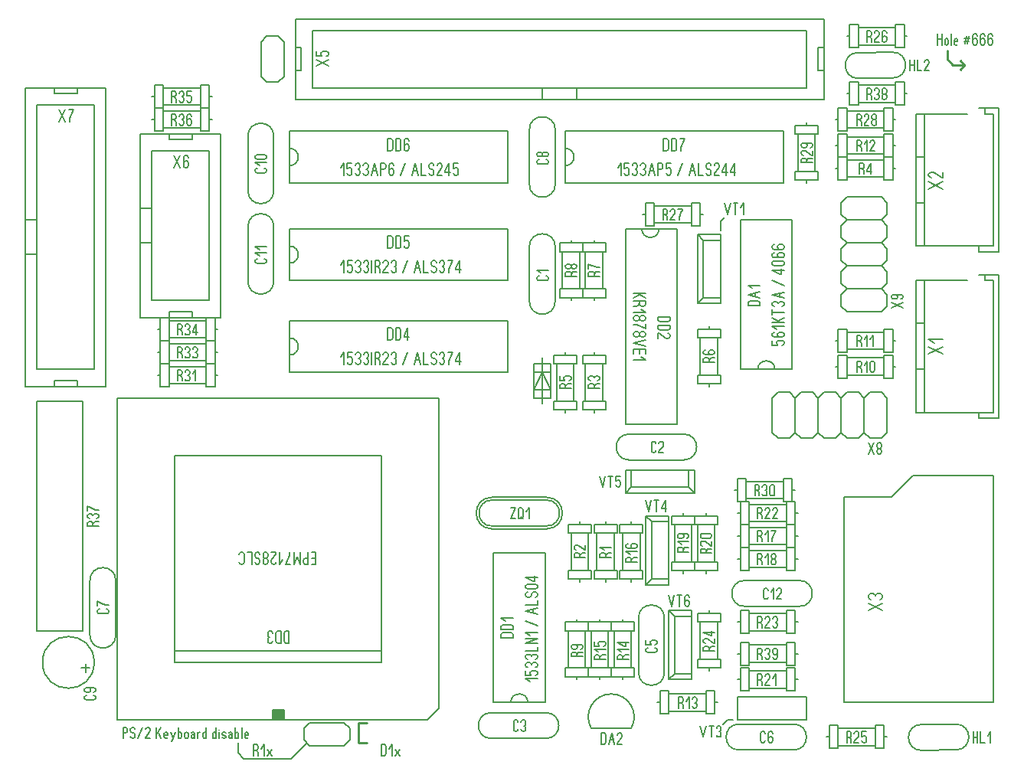
<source format=gto>
%FSLAX34Y34*%
%MOMM*%
%LNCOPPER_BOTTOM*%
G71*
G01*
%ADD10C, 0.20*%
%ADD11C, 0.17*%
%ADD12C, 0.16*%
%ADD13C, 0.25*%
%LPD*%
G54D10*
X622300Y323850D02*
X647700Y323850D01*
X647700Y314325D01*
X622300Y314325D01*
X622300Y323850D01*
X635000Y323850D01*
X635000Y327025D01*
G54D10*
X622300Y273050D02*
X622300Y263525D01*
X647700Y263525D01*
X647700Y273050D01*
X622300Y273050D01*
G54D10*
X635000Y261937D02*
X635000Y260350D01*
G54D10*
X635000Y263525D02*
X635000Y260350D01*
G54D10*
X644525Y273050D02*
X644525Y314325D01*
G54D10*
X625475Y314325D02*
X625475Y273050D01*
G54D10*
X647700Y323850D02*
X673100Y323850D01*
X673100Y314325D01*
X647700Y314325D01*
X647700Y323850D01*
X660400Y323850D01*
X660400Y327025D01*
G54D10*
X647700Y273050D02*
X647700Y263525D01*
X673100Y263525D01*
X673100Y273050D01*
X647700Y273050D01*
G54D10*
X660400Y261937D02*
X660400Y260350D01*
G54D10*
X660400Y263525D02*
X660400Y260350D01*
G54D10*
X669925Y273050D02*
X669925Y314325D01*
G54D10*
X650875Y314325D02*
X650875Y273050D01*
G54D10*
X673100Y323850D02*
X698500Y323850D01*
X698500Y314325D01*
X673100Y314325D01*
X673100Y323850D01*
X685800Y323850D01*
X685800Y327025D01*
G54D10*
X673100Y273050D02*
X673100Y263525D01*
X698500Y263525D01*
X698500Y273050D01*
X673100Y273050D01*
G54D10*
X685800Y261937D02*
X685800Y260350D01*
G54D10*
X685800Y263525D02*
X685800Y260350D01*
G54D10*
X695325Y273050D02*
X695325Y314325D01*
G54D10*
X676275Y314325D02*
X676275Y273050D01*
G54D10*
X654050Y431800D02*
X679450Y431800D01*
X679450Y422275D01*
X654050Y422275D01*
X654050Y431800D01*
X666750Y431800D01*
X666750Y434975D01*
G54D10*
X654050Y381000D02*
X654050Y371475D01*
X679450Y371475D01*
X679450Y381000D01*
X654050Y381000D01*
G54D10*
X666750Y369887D02*
X666750Y368300D01*
G54D10*
X666750Y371475D02*
X666750Y368300D01*
G54D10*
X676275Y381000D02*
X676275Y422275D01*
G54D10*
X657225Y422275D02*
X657225Y381000D01*
G54D10*
X682625Y431800D02*
X708025Y431800D01*
X708025Y422275D01*
X682625Y422275D01*
X682625Y431800D01*
X695325Y431800D01*
X695325Y434975D01*
G54D10*
X682625Y381000D02*
X682625Y371475D01*
X708025Y371475D01*
X708025Y381000D01*
X682625Y381000D01*
G54D10*
X695325Y369887D02*
X695325Y368300D01*
G54D10*
X695325Y371475D02*
X695325Y368300D01*
G54D10*
X704850Y381000D02*
X704850Y422275D01*
G54D10*
X685800Y422275D02*
X685800Y381000D01*
G54D10*
X739775Y441325D02*
X765175Y441325D01*
X765175Y431800D01*
X739775Y431800D01*
X739775Y441325D01*
X752475Y441325D01*
X752475Y444500D01*
G54D10*
X739775Y390525D02*
X739775Y381000D01*
X765175Y381000D01*
X765175Y390525D01*
X739775Y390525D01*
G54D10*
X752475Y379412D02*
X752475Y377825D01*
G54D10*
X752475Y381000D02*
X752475Y377825D01*
G54D10*
X762000Y390525D02*
X762000Y431800D01*
G54D10*
X742950Y431800D02*
X742950Y390525D01*
G54D10*
X765175Y441325D02*
X790575Y441325D01*
X790575Y431800D01*
X765175Y431800D01*
X765175Y441325D01*
X777875Y441325D01*
X777875Y444500D01*
G54D10*
X765175Y390525D02*
X765175Y381000D01*
X790575Y381000D01*
X790575Y390525D01*
X765175Y390525D01*
G54D10*
X777875Y379412D02*
X777875Y377825D01*
G54D10*
X777875Y381000D02*
X777875Y377825D01*
G54D10*
X787400Y390525D02*
X787400Y431800D01*
G54D10*
X768350Y431800D02*
X768350Y390525D01*
G54D10*
X768350Y647700D02*
X793750Y647700D01*
X793750Y638175D01*
X768350Y638175D01*
X768350Y647700D01*
X781050Y647700D01*
X781050Y650875D01*
G54D10*
X768350Y596900D02*
X768350Y587375D01*
X793750Y587375D01*
X793750Y596900D01*
X768350Y596900D01*
G54D10*
X781050Y585787D02*
X781050Y584200D01*
G54D10*
X781050Y587375D02*
X781050Y584200D01*
G54D10*
X790575Y596900D02*
X790575Y638175D01*
G54D10*
X771525Y638175D02*
X771525Y596900D01*
G54D10*
X609600Y619125D02*
X635000Y619125D01*
X635000Y609600D01*
X609600Y609600D01*
X609600Y619125D01*
X622300Y619125D01*
X622300Y622300D01*
G54D10*
X609600Y568325D02*
X609600Y558800D01*
X635000Y558800D01*
X635000Y568325D01*
X609600Y568325D01*
G54D10*
X622300Y557212D02*
X622300Y555625D01*
G54D10*
X622300Y558800D02*
X622300Y555625D01*
G54D10*
X631825Y568325D02*
X631825Y609600D01*
G54D10*
X612775Y609600D02*
X612775Y568325D01*
G54D10*
X641350Y619125D02*
X666750Y619125D01*
X666750Y609600D01*
X641350Y609600D01*
X641350Y619125D01*
X654050Y619125D01*
X654050Y622300D01*
G54D10*
X641350Y568325D02*
X641350Y558800D01*
X666750Y558800D01*
X666750Y568325D01*
X641350Y568325D01*
G54D10*
X654050Y557212D02*
X654050Y555625D01*
G54D10*
X654050Y558800D02*
X654050Y555625D01*
G54D10*
X663575Y568325D02*
X663575Y609600D01*
G54D10*
X644525Y609600D02*
X644525Y568325D01*
G54D10*
X615950Y742950D02*
X641350Y742950D01*
X641350Y733425D01*
X615950Y733425D01*
X615950Y742950D01*
X628650Y742950D01*
X628650Y746125D01*
G54D10*
X615950Y692150D02*
X615950Y682625D01*
X641350Y682625D01*
X641350Y692150D01*
X615950Y692150D01*
G54D10*
X628650Y681037D02*
X628650Y679450D01*
G54D10*
X628650Y682625D02*
X628650Y679450D01*
G54D10*
X638175Y692150D02*
X638175Y733425D01*
G54D10*
X619125Y733425D02*
X619125Y692150D01*
G54D10*
X641350Y742950D02*
X666750Y742950D01*
X666750Y733425D01*
X641350Y733425D01*
X641350Y742950D01*
X654050Y742950D01*
X654050Y746125D01*
G54D10*
X641350Y692150D02*
X641350Y682625D01*
X666750Y682625D01*
X666750Y692150D01*
X641350Y692150D01*
G54D10*
X654050Y681037D02*
X654050Y679450D01*
G54D10*
X654050Y682625D02*
X654050Y679450D01*
G54D10*
X663575Y692150D02*
X663575Y733425D01*
G54D10*
X644525Y733425D02*
X644525Y692150D01*
G54D10*
X625475Y431800D02*
X650875Y431800D01*
X650875Y422275D01*
X625475Y422275D01*
X625475Y431800D01*
X638175Y431800D01*
X638175Y434975D01*
G54D10*
X625475Y381000D02*
X625475Y371475D01*
X650875Y371475D01*
X650875Y381000D01*
X625475Y381000D01*
G54D10*
X638175Y369887D02*
X638175Y368300D01*
G54D10*
X638175Y371475D02*
X638175Y368300D01*
G54D10*
X647700Y381000D02*
X647700Y422275D01*
G54D10*
X628650Y422275D02*
X628650Y381000D01*
G54D10*
X974726Y209550D02*
X974726Y184150D01*
X965201Y184150D01*
X965201Y209550D01*
X974726Y209550D01*
X974726Y196850D01*
X977901Y196850D01*
G54D10*
X923926Y209550D02*
X914401Y209550D01*
X914401Y184150D01*
X923926Y184150D01*
X923926Y209550D01*
G54D10*
X912813Y196850D02*
X911226Y196850D01*
G54D10*
X914401Y196850D02*
X911226Y196850D01*
G54D10*
X923926Y187325D02*
X965201Y187325D01*
G54D10*
X965201Y206375D02*
X923926Y206375D01*
G54D10*
X787401Y247650D02*
X787401Y222250D01*
X777876Y222250D01*
X777876Y247650D01*
X787401Y247650D01*
X787401Y234950D01*
X790576Y234950D01*
G54D10*
X736601Y247650D02*
X727076Y247650D01*
X727076Y222250D01*
X736601Y222250D01*
X736601Y247650D01*
G54D10*
X725488Y234950D02*
X723901Y234950D01*
G54D10*
X727076Y234950D02*
X723901Y234950D01*
G54D10*
X736601Y225425D02*
X777876Y225425D01*
G54D10*
X777876Y244475D02*
X736601Y244475D01*
G54D10*
X876301Y273050D02*
X876301Y247650D01*
X866776Y247650D01*
X866776Y273050D01*
X876301Y273050D01*
X876301Y260350D01*
X879476Y260350D01*
G54D10*
X825501Y273050D02*
X815976Y273050D01*
X815976Y247650D01*
X825501Y247650D01*
X825501Y273050D01*
G54D10*
X814388Y260350D02*
X812801Y260350D01*
G54D10*
X815976Y260350D02*
X812801Y260350D01*
G54D10*
X825501Y250825D02*
X866776Y250825D01*
G54D10*
X866776Y269875D02*
X825501Y269875D01*
G54D10*
X876301Y301625D02*
X876301Y276225D01*
X866776Y276225D01*
X866776Y301625D01*
X876301Y301625D01*
X876301Y288925D01*
X879476Y288925D01*
G54D10*
X825501Y301625D02*
X815976Y301625D01*
X815976Y276225D01*
X825501Y276225D01*
X825501Y301625D01*
G54D10*
X814388Y288925D02*
X812801Y288925D01*
G54D10*
X815976Y288925D02*
X812801Y288925D01*
G54D10*
X825501Y279400D02*
X866776Y279400D01*
G54D10*
X866776Y298450D02*
X825501Y298450D01*
G54D10*
X876301Y336550D02*
X876301Y311150D01*
X866776Y311150D01*
X866776Y336550D01*
X876301Y336550D01*
X876301Y323850D01*
X879476Y323850D01*
G54D10*
X825501Y336550D02*
X815976Y336550D01*
X815976Y311150D01*
X825501Y311150D01*
X825501Y336550D01*
G54D10*
X814388Y323850D02*
X812801Y323850D01*
G54D10*
X815976Y323850D02*
X812801Y323850D01*
G54D10*
X825501Y314325D02*
X866776Y314325D01*
G54D10*
X866776Y333375D02*
X825501Y333375D01*
G54D10*
X876301Y406400D02*
X876301Y381000D01*
X866776Y381000D01*
X866776Y406400D01*
X876301Y406400D01*
X876301Y393700D01*
X879476Y393700D01*
G54D10*
X825501Y406400D02*
X815976Y406400D01*
X815976Y381000D01*
X825501Y381000D01*
X825501Y406400D01*
G54D10*
X814388Y393700D02*
X812801Y393700D01*
G54D10*
X815976Y393700D02*
X812801Y393700D01*
G54D10*
X825501Y384175D02*
X866776Y384175D01*
G54D10*
X866776Y403225D02*
X825501Y403225D01*
G54D10*
X876301Y431800D02*
X876301Y406400D01*
X866776Y406400D01*
X866776Y431800D01*
X876301Y431800D01*
X876301Y419100D01*
X879476Y419100D01*
G54D10*
X825501Y431800D02*
X815976Y431800D01*
X815976Y406400D01*
X825501Y406400D01*
X825501Y431800D01*
G54D10*
X814388Y419100D02*
X812801Y419100D01*
G54D10*
X815976Y419100D02*
X812801Y419100D01*
G54D10*
X825501Y409575D02*
X866776Y409575D01*
G54D10*
X866776Y428625D02*
X825501Y428625D01*
G54D10*
X876301Y457200D02*
X876301Y431800D01*
X866776Y431800D01*
X866776Y457200D01*
X876301Y457200D01*
X876301Y444500D01*
X879476Y444500D01*
G54D10*
X825501Y457200D02*
X815976Y457200D01*
X815976Y431800D01*
X825501Y431800D01*
X825501Y457200D01*
G54D10*
X814388Y444500D02*
X812801Y444500D01*
G54D10*
X815976Y444500D02*
X812801Y444500D01*
G54D10*
X825501Y434975D02*
X866776Y434975D01*
G54D10*
X866776Y454025D02*
X825501Y454025D01*
G54D10*
X873126Y482600D02*
X873126Y457200D01*
X863601Y457200D01*
X863601Y482600D01*
X873126Y482600D01*
X873126Y469900D01*
X876301Y469900D01*
G54D10*
X822326Y482600D02*
X812801Y482600D01*
X812801Y457200D01*
X822326Y457200D01*
X822326Y482600D01*
G54D10*
X811213Y469900D02*
X809626Y469900D01*
G54D10*
X812801Y469900D02*
X809626Y469900D01*
G54D10*
X822326Y460375D02*
X863601Y460375D01*
G54D10*
X863601Y479425D02*
X822326Y479425D01*
G54D10*
X984251Y619125D02*
X984251Y593725D01*
X974726Y593725D01*
X974726Y619125D01*
X984251Y619125D01*
X984251Y606425D01*
X987426Y606425D01*
G54D10*
X933451Y619125D02*
X923926Y619125D01*
X923926Y593725D01*
X933451Y593725D01*
X933451Y619125D01*
G54D10*
X922338Y606425D02*
X920751Y606425D01*
G54D10*
X923926Y606425D02*
X920751Y606425D01*
G54D10*
X933451Y596900D02*
X974726Y596900D01*
G54D10*
X974726Y615950D02*
X933451Y615950D01*
G54D10*
X984251Y647700D02*
X984251Y622300D01*
X974726Y622300D01*
X974726Y647700D01*
X984251Y647700D01*
X984251Y635000D01*
X987426Y635000D01*
G54D10*
X933451Y647700D02*
X923926Y647700D01*
X923926Y622300D01*
X933451Y622300D01*
X933451Y647700D01*
G54D10*
X922338Y635000D02*
X920751Y635000D01*
G54D10*
X923926Y635000D02*
X920751Y635000D01*
G54D10*
X933451Y625475D02*
X974726Y625475D01*
G54D10*
X974726Y644525D02*
X933451Y644525D01*
G54D10*
X996951Y984250D02*
X996951Y958850D01*
X987426Y958850D01*
X987426Y984250D01*
X996951Y984250D01*
X996951Y971550D01*
X1000126Y971550D01*
G54D10*
X946151Y984250D02*
X936626Y984250D01*
X936626Y958850D01*
X946151Y958850D01*
X946151Y984250D01*
G54D10*
X935038Y971550D02*
X933451Y971550D01*
G54D10*
X936626Y971550D02*
X933451Y971550D01*
G54D10*
X946151Y962025D02*
X987426Y962025D01*
G54D10*
X987426Y981075D02*
X946151Y981075D01*
G54D10*
X996951Y920750D02*
X996951Y895350D01*
X987426Y895350D01*
X987426Y920750D01*
X996951Y920750D01*
X996951Y908050D01*
X1000126Y908050D01*
G54D10*
X946151Y920750D02*
X936626Y920750D01*
X936626Y895350D01*
X946151Y895350D01*
X946151Y920750D01*
G54D10*
X935038Y908050D02*
X933451Y908050D01*
G54D10*
X936626Y908050D02*
X933451Y908050D01*
G54D10*
X946151Y898525D02*
X987426Y898525D01*
G54D10*
X987426Y917575D02*
X946151Y917575D01*
G54D10*
X984251Y892175D02*
X984251Y866775D01*
X974726Y866775D01*
X974726Y892175D01*
X984251Y892175D01*
X984251Y879475D01*
X987426Y879475D01*
G54D10*
X933451Y892175D02*
X923926Y892175D01*
X923926Y866775D01*
X933451Y866775D01*
X933451Y892175D01*
G54D10*
X922338Y879475D02*
X920751Y879475D01*
G54D10*
X923926Y879475D02*
X920751Y879475D01*
G54D10*
X933451Y869950D02*
X974726Y869950D01*
G54D10*
X974726Y889000D02*
X933451Y889000D01*
G54D10*
X984251Y863600D02*
X984251Y838200D01*
X974726Y838200D01*
X974726Y863600D01*
X984251Y863600D01*
X984251Y850900D01*
X987426Y850900D01*
G54D10*
X933451Y863600D02*
X923926Y863600D01*
X923926Y838200D01*
X933451Y838200D01*
X933451Y863600D01*
G54D10*
X922338Y850900D02*
X920751Y850900D01*
G54D10*
X923926Y850900D02*
X920751Y850900D01*
G54D10*
X933451Y841375D02*
X974726Y841375D01*
G54D10*
X974726Y860425D02*
X933451Y860425D01*
G54D10*
X984251Y838200D02*
X984251Y812800D01*
X974726Y812800D01*
X974726Y838200D01*
X984251Y838200D01*
X984251Y825500D01*
X987426Y825500D01*
G54D10*
X933451Y838200D02*
X923926Y838200D01*
X923926Y812800D01*
X933451Y812800D01*
X933451Y838200D01*
G54D10*
X922338Y825500D02*
X920751Y825500D01*
G54D10*
X923926Y825500D02*
X920751Y825500D01*
G54D10*
X933451Y815975D02*
X974726Y815975D01*
G54D10*
X974726Y835025D02*
X933451Y835025D01*
G54D10*
X228601Y917575D02*
X228601Y892175D01*
X219076Y892175D01*
X219076Y917575D01*
X228601Y917575D01*
X228601Y904875D01*
X231776Y904875D01*
G54D10*
X177801Y917575D02*
X168276Y917575D01*
X168276Y892175D01*
X177801Y892175D01*
X177801Y917575D01*
G54D10*
X166688Y904875D02*
X165101Y904875D01*
G54D10*
X168276Y904875D02*
X165101Y904875D01*
G54D10*
X177801Y895350D02*
X219076Y895350D01*
G54D10*
X219076Y914400D02*
X177801Y914400D01*
G54D10*
X228601Y892175D02*
X228601Y866775D01*
X219076Y866775D01*
X219076Y892175D01*
X228601Y892175D01*
X228601Y879475D01*
X231776Y879475D01*
G54D10*
X177801Y892175D02*
X168276Y892175D01*
X168276Y866775D01*
X177801Y866775D01*
X177801Y892175D01*
G54D10*
X166688Y879475D02*
X165101Y879475D01*
G54D10*
X168276Y879475D02*
X165101Y879475D01*
G54D10*
X177801Y869950D02*
X219076Y869950D01*
G54D10*
X219076Y889000D02*
X177801Y889000D01*
G54D10*
X234951Y660400D02*
X234951Y635000D01*
X225426Y635000D01*
X225426Y660400D01*
X234951Y660400D01*
X234951Y647700D01*
X238126Y647700D01*
G54D10*
X184151Y660400D02*
X174626Y660400D01*
X174626Y635000D01*
X184151Y635000D01*
X184151Y660400D01*
G54D10*
X173038Y647700D02*
X171451Y647700D01*
G54D10*
X174626Y647700D02*
X171451Y647700D01*
G54D10*
X184151Y638175D02*
X225426Y638175D01*
G54D10*
X225426Y657225D02*
X184151Y657225D01*
G54D10*
X234951Y635000D02*
X234951Y609600D01*
X225426Y609600D01*
X225426Y635000D01*
X234951Y635000D01*
X234951Y622300D01*
X238126Y622300D01*
G54D10*
X184151Y635000D02*
X174626Y635000D01*
X174626Y609600D01*
X184151Y609600D01*
X184151Y635000D01*
G54D10*
X173038Y622300D02*
X171451Y622300D01*
G54D10*
X174626Y622300D02*
X171451Y622300D01*
G54D10*
X184151Y612775D02*
X225426Y612775D01*
G54D10*
X225426Y631825D02*
X184151Y631825D01*
G54D10*
X234951Y609600D02*
X234951Y584200D01*
X225426Y584200D01*
X225426Y609600D01*
X234951Y609600D01*
X234951Y596900D01*
X238126Y596900D01*
G54D10*
X184151Y609600D02*
X174626Y609600D01*
X174626Y584200D01*
X184151Y584200D01*
X184151Y609600D01*
G54D10*
X173038Y596900D02*
X171451Y596900D01*
G54D10*
X174626Y596900D02*
X171451Y596900D01*
G54D10*
X184151Y587375D02*
X225426Y587375D01*
G54D10*
X225426Y606425D02*
X184151Y606425D01*
G54D10*
X876300Y873125D02*
X901700Y873125D01*
X901700Y863600D01*
X876300Y863600D01*
X876300Y873125D01*
X889000Y873125D01*
X889000Y876300D01*
G54D10*
X876300Y822325D02*
X876300Y812800D01*
X901700Y812800D01*
X901700Y822325D01*
X876300Y822325D01*
G54D10*
X889000Y811212D02*
X889000Y809625D01*
G54D10*
X889000Y812800D02*
X889000Y809625D01*
G54D10*
X898525Y822325D02*
X898525Y863600D01*
G54D10*
X879475Y863600D02*
X879475Y822325D01*
G54D10*
X771526Y787400D02*
X771526Y762000D01*
X762001Y762000D01*
X762001Y787400D01*
X771526Y787400D01*
X771526Y774700D01*
X774701Y774700D01*
G54D10*
X720726Y787400D02*
X711201Y787400D01*
X711201Y762000D01*
X720726Y762000D01*
X720726Y787400D01*
G54D10*
X709613Y774700D02*
X708026Y774700D01*
G54D10*
X711201Y774700D02*
X708026Y774700D01*
G54D10*
X720726Y765175D02*
X762001Y765175D01*
G54D10*
X762001Y784225D02*
X720726Y784225D01*
G54D10*
X768350Y333375D02*
X793750Y333375D01*
X793750Y323850D01*
X768350Y323850D01*
X768350Y333375D01*
X781050Y333375D01*
X781050Y336550D01*
G54D10*
X768350Y282575D02*
X768350Y273050D01*
X793750Y273050D01*
X793750Y282575D01*
X768350Y282575D01*
G54D10*
X781050Y271462D02*
X781050Y269875D01*
G54D10*
X781050Y273050D02*
X781050Y269875D01*
G54D10*
X790576Y282575D02*
X790576Y323850D01*
G54D10*
X771525Y323850D02*
X771525Y282575D01*
G54D10*
X812800Y241300D02*
X812800Y215900D01*
X889000Y215900D01*
X889000Y241300D01*
X812800Y241300D01*
G54D10*
X92075Y277812D02*
X92075Y268288D01*
G54D10*
X87312Y273050D02*
X96838Y273050D01*
G54D10*
X736600Y260350D02*
X762000Y260350D01*
X762000Y336550D01*
X736600Y336550D01*
X736600Y260350D01*
X742950Y266700D01*
X762000Y266700D01*
G54D10*
X736600Y336550D02*
X742950Y330200D01*
X762000Y330200D01*
G54D10*
X742950Y330200D02*
X742950Y266700D01*
G54D10*
X688975Y492125D02*
X688975Y466725D01*
X765175Y466725D01*
X765175Y492125D01*
X688975Y492125D01*
G54D10*
X688975Y466725D02*
X695325Y473075D01*
X695325Y492125D01*
G54D10*
X765175Y466725D02*
X758825Y473075D01*
X758825Y492125D01*
G54D10*
X758825Y473075D02*
X695325Y473075D01*
G54D10*
X736600Y441325D02*
X711200Y441325D01*
X711200Y365125D01*
X736600Y365125D01*
X736600Y441325D01*
G54D10*
X711200Y365125D02*
X717550Y371475D01*
X736600Y371475D01*
G54D10*
X711200Y441325D02*
X717550Y434975D01*
X736600Y434975D01*
G54D10*
X717550Y434975D02*
X717550Y371475D01*
G54D10*
X542925Y234950D02*
X600075Y234950D01*
X600075Y400050D01*
X542925Y400050D01*
X542925Y234950D01*
G54D10*
X815975Y603250D02*
X873125Y603250D01*
X873125Y768350D01*
X815975Y768350D01*
X815975Y603250D01*
G54D10*
X622300Y866775D02*
X622300Y809625D01*
X863600Y809625D01*
X863600Y866775D01*
X622300Y866775D01*
G54D10*
X317500Y866775D02*
X317500Y809625D01*
X558800Y809625D01*
X558800Y866775D01*
X317500Y866775D01*
G54D10*
X317500Y758825D02*
X317500Y701675D01*
X558800Y701675D01*
X558800Y758825D01*
X317500Y758825D01*
G54D10*
X317500Y657225D02*
X317500Y600075D01*
X558800Y600075D01*
X558800Y657225D01*
X317500Y657225D01*
G54D10*
X746125Y758825D02*
X688975Y758825D01*
X688975Y542925D01*
X746125Y542925D01*
X746125Y758825D01*
G54D10*
X768350Y676275D02*
X793750Y676275D01*
X793750Y752475D01*
X768350Y752475D01*
X768350Y676275D01*
X774700Y682625D01*
X793750Y682625D01*
G54D10*
X768350Y752475D02*
X774700Y746125D01*
X793750Y746125D01*
G54D10*
X774700Y746125D02*
X774700Y682625D01*
G54D10*
X596900Y565150D02*
X596900Y615950D01*
G54D10*
X587375Y609600D02*
X606425Y609600D01*
X606425Y571500D01*
X587375Y571500D01*
X587375Y609600D01*
G54D10*
X587375Y600075D02*
X606425Y600075D01*
G54D10*
X587375Y581025D02*
X606425Y581025D01*
X596900Y600075D01*
X587375Y581025D01*
G54D10*
X190500Y508000D02*
X419100Y508000D01*
X419100Y279400D01*
X190500Y279400D01*
X190500Y508000D01*
G54D10*
X190500Y292100D02*
X419100Y292100D01*
G54D10*
X127000Y215900D02*
X469900Y215900D01*
X482600Y228600D01*
X482600Y571500D01*
X127000Y571500D01*
X127000Y215900D01*
G54D10*
X38100Y314325D02*
X88900Y314325D01*
X88900Y568325D01*
X38100Y568325D01*
X38100Y314325D01*
G54D10*
X152400Y863600D02*
X241300Y863600D01*
X241300Y660400D01*
X152400Y660400D01*
X152400Y863600D01*
G54D10*
X165100Y844550D02*
X228600Y844550D01*
X228600Y679450D01*
X165100Y679450D01*
X165100Y844550D01*
G54D10*
X184150Y863600D02*
X184150Y857250D01*
X209550Y857250D01*
X209550Y863600D01*
G54D10*
X184150Y660400D02*
X184150Y666750D01*
X209550Y666750D01*
X209550Y660400D01*
G54D10*
X152400Y742950D02*
X165100Y742950D01*
G54D10*
X152400Y781050D02*
X165100Y781050D01*
G54D10*
X323850Y901700D02*
X908050Y901700D01*
X908050Y990600D01*
X323850Y990600D01*
X323850Y901700D01*
G54D10*
X323850Y933450D02*
X330200Y933450D01*
X330200Y958850D01*
X323850Y958850D01*
G54D10*
X908050Y958850D02*
X901700Y958850D01*
X901700Y933450D01*
X908050Y933450D01*
G54D10*
X596900Y901700D02*
X596900Y914400D01*
G54D10*
X635000Y914400D02*
X635000Y901700D01*
G54D10*
X342900Y914400D02*
X889000Y914400D01*
X889000Y977900D01*
X342900Y977900D01*
X342900Y914400D01*
G54D10*
X25400Y584200D02*
X114300Y584200D01*
X114300Y914400D01*
X25400Y914400D01*
X25400Y584200D01*
G54D10*
X57150Y584200D02*
X57150Y590550D01*
X82550Y590550D01*
X82550Y584200D01*
G54D10*
X57150Y914400D02*
X57150Y908050D01*
X82550Y908050D01*
X82550Y914400D01*
G54D10*
X25400Y730250D02*
X38100Y730250D01*
G54D10*
X25400Y768350D02*
X38100Y768350D01*
G54D10*
X38100Y603250D02*
X101600Y603250D01*
X101600Y895350D01*
X38100Y895350D01*
X38100Y603250D01*
G54D10*
X285750Y965200D02*
X292100Y971550D01*
X304800Y971550D01*
X311150Y965200D01*
X311150Y927100D01*
X304800Y920750D01*
X292100Y920750D01*
X285750Y927100D01*
X285750Y965200D01*
G54D10*
X850900Y571500D02*
X857250Y577850D01*
X869950Y577850D01*
X876300Y571500D01*
X882650Y577850D01*
X895350Y577850D01*
X901700Y571500D01*
X908050Y577850D01*
X920750Y577850D01*
X927100Y571500D01*
X933450Y577850D01*
X946150Y577850D01*
X952500Y571500D01*
X958850Y577850D01*
X971550Y577850D01*
X977900Y571500D01*
X977900Y533400D01*
X971550Y527050D01*
X958850Y527050D01*
X952500Y533400D01*
X946150Y527050D01*
X933450Y527050D01*
X927100Y533400D01*
X920750Y527050D01*
X908050Y527050D01*
X901700Y533400D01*
X895350Y527050D01*
X882650Y527050D01*
X876300Y533400D01*
X869950Y527050D01*
X857250Y527050D01*
X850900Y533400D01*
X850900Y571500D01*
G54D10*
X876300Y571500D02*
X876300Y533400D01*
G54D10*
X901700Y571500D02*
X901700Y533400D01*
G54D10*
X927100Y571500D02*
X927100Y533400D01*
G54D10*
X952500Y571500D02*
X952500Y533400D01*
G54D10*
X927100Y787400D02*
X933450Y793750D01*
X971550Y793750D01*
X977900Y787400D01*
X977900Y774700D01*
X971550Y768350D01*
X977900Y762000D01*
X977900Y749300D01*
X971550Y742950D01*
X977900Y736600D01*
X977900Y723900D01*
X971550Y717550D01*
X977900Y711200D01*
X977900Y698500D01*
X971550Y692150D01*
X977900Y685800D01*
X977900Y673100D01*
X971550Y666750D01*
X933450Y666750D01*
X927100Y673100D01*
X927100Y685800D01*
X933450Y692150D01*
X927100Y698500D01*
X927100Y711200D01*
X933450Y717550D01*
X927100Y723900D01*
X927100Y736600D01*
X933450Y742950D01*
X927100Y749300D01*
X927100Y762000D01*
X933450Y768350D01*
X927100Y774700D01*
X927100Y787400D01*
G54D10*
X933450Y768350D02*
X971550Y768350D01*
G54D10*
X933450Y742950D02*
X971550Y742950D01*
G54D10*
X933450Y717550D02*
X971550Y717550D01*
G54D10*
X933450Y692150D02*
X971550Y692150D01*
G54D10*
X1079500Y708025D02*
X1101725Y708025D01*
X1101725Y549275D01*
X1079500Y549275D01*
X1079500Y555625D01*
X1095375Y555625D01*
X1095375Y701675D01*
X1085850Y701675D01*
X1085850Y708025D01*
G54D10*
X1066800Y701675D02*
X1009650Y701675D01*
X1009650Y555625D01*
X1079500Y555625D01*
G54D10*
X1019175Y701675D02*
X1019175Y555625D01*
G54D10*
X1009650Y654050D02*
X1019175Y654050D01*
G54D10*
X1009650Y603250D02*
X1019175Y603250D01*
G54D10*
X1079500Y892175D02*
X1101725Y892175D01*
X1101725Y733425D01*
X1079500Y733425D01*
X1079500Y739775D01*
X1095375Y739775D01*
X1095375Y885825D01*
X1085850Y885825D01*
X1085850Y892175D01*
G54D10*
X1066800Y885825D02*
X1009650Y885825D01*
X1009650Y739775D01*
X1079500Y739775D01*
G54D10*
X1019175Y885825D02*
X1019175Y739775D01*
G54D10*
X1009650Y838200D02*
X1019175Y838200D01*
G54D10*
X1009650Y787400D02*
X1019175Y787400D01*
G54D11*
X564515Y306768D02*
X551182Y306768D01*
X551182Y310101D01*
X552015Y311434D01*
X553682Y312101D01*
X562015Y312101D01*
X563682Y311434D01*
X564515Y310101D01*
X564515Y306768D01*
G54D11*
X564515Y315768D02*
X551182Y315768D01*
X551182Y319101D01*
X552015Y320434D01*
X553682Y321101D01*
X562015Y321101D01*
X563682Y320434D01*
X564515Y319101D01*
X564515Y315768D01*
G54D11*
X556182Y324768D02*
X551182Y328101D01*
X564515Y328101D01*
G54D11*
X837565Y673702D02*
X824232Y673702D01*
X824232Y677036D01*
X825065Y678369D01*
X826732Y679036D01*
X835065Y679036D01*
X836732Y678369D01*
X837565Y677036D01*
X837565Y673702D01*
G54D11*
X837565Y682702D02*
X824232Y686036D01*
X837565Y689369D01*
G54D11*
X832565Y684036D02*
X832565Y688036D01*
G54D11*
X829232Y693036D02*
X824232Y696370D01*
X837565Y696370D01*
G54D11*
X724536Y661274D02*
X737869Y661274D01*
X737869Y657941D01*
X737036Y656607D01*
X735369Y655941D01*
X727036Y655941D01*
X725369Y656607D01*
X724536Y657941D01*
X724536Y661274D01*
G54D11*
X724536Y652274D02*
X737869Y652274D01*
X737869Y648941D01*
X737036Y647607D01*
X735369Y646941D01*
X727036Y646941D01*
X725369Y647607D01*
X724536Y648941D01*
X724536Y652274D01*
G54D11*
X724536Y637941D02*
X724536Y643274D01*
X725369Y643274D01*
X727036Y642607D01*
X732036Y638607D01*
X733702Y637941D01*
X735369Y637941D01*
X737036Y638607D01*
X737869Y639941D01*
X737869Y641274D01*
X737036Y642607D01*
X735369Y643274D01*
G54D11*
X426146Y635635D02*
X426146Y648968D01*
X429479Y648968D01*
X430812Y648135D01*
X431479Y646468D01*
X431479Y638135D01*
X430812Y636468D01*
X429479Y635635D01*
X426146Y635635D01*
G54D11*
X435146Y635635D02*
X435146Y648968D01*
X438479Y648968D01*
X439812Y648135D01*
X440479Y646468D01*
X440479Y638135D01*
X439812Y636468D01*
X438479Y635635D01*
X435146Y635635D01*
G54D11*
X448146Y635635D02*
X448146Y648968D01*
X444146Y640635D01*
X444146Y638968D01*
X449479Y638968D01*
G54D11*
X426163Y737235D02*
X426163Y750568D01*
X429496Y750568D01*
X430830Y749735D01*
X431496Y748068D01*
X431496Y739735D01*
X430830Y738068D01*
X429496Y737235D01*
X426163Y737235D01*
G54D11*
X435163Y737235D02*
X435163Y750568D01*
X438496Y750568D01*
X439830Y749735D01*
X440496Y748068D01*
X440496Y739735D01*
X439830Y738068D01*
X438496Y737235D01*
X435163Y737235D01*
G54D11*
X449496Y750568D02*
X444163Y750568D01*
X444163Y744735D01*
X444830Y744735D01*
X446163Y745568D01*
X447496Y745568D01*
X448830Y744735D01*
X449496Y743068D01*
X449496Y739735D01*
X448830Y738068D01*
X447496Y737235D01*
X446163Y737235D01*
X444830Y738068D01*
X444163Y739735D01*
G54D11*
X426163Y845185D02*
X426163Y858518D01*
X429496Y858518D01*
X430830Y857685D01*
X431496Y856018D01*
X431496Y847685D01*
X430830Y846018D01*
X429496Y845185D01*
X426163Y845185D01*
G54D11*
X435163Y845185D02*
X435163Y858518D01*
X438496Y858518D01*
X439830Y857685D01*
X440496Y856018D01*
X440496Y847685D01*
X439830Y846018D01*
X438496Y845185D01*
X435163Y845185D01*
G54D11*
X449496Y856018D02*
X448830Y857685D01*
X447496Y858518D01*
X446163Y858518D01*
X444830Y857685D01*
X444163Y856018D01*
X444163Y851852D01*
X444163Y851018D01*
X446163Y852685D01*
X447496Y852685D01*
X448830Y851852D01*
X449496Y850185D01*
X449496Y847685D01*
X448830Y846018D01*
X447496Y845185D01*
X446163Y845185D01*
X444830Y846018D01*
X444163Y847685D01*
X444163Y851852D01*
G54D11*
X730955Y845185D02*
X730955Y858518D01*
X734288Y858518D01*
X735622Y857685D01*
X736288Y856018D01*
X736288Y847685D01*
X735622Y846018D01*
X734288Y845185D01*
X730955Y845185D01*
G54D11*
X739955Y845185D02*
X739955Y858518D01*
X743288Y858518D01*
X744622Y857685D01*
X745288Y856018D01*
X745288Y847685D01*
X744622Y846018D01*
X743288Y845185D01*
X739955Y845185D01*
G54D11*
X748955Y858518D02*
X754288Y858518D01*
X753622Y856852D01*
X752288Y854352D01*
X750955Y851018D01*
X750288Y848518D01*
X750288Y845185D01*
G36*
X298450Y227012D02*
X311150Y227012D01*
X311150Y215900D01*
X298450Y215900D01*
X298450Y227012D01*
G37*
G54D10*
X298450Y227012D02*
X311150Y227012D01*
X311150Y215900D01*
X298450Y215900D01*
X298450Y227012D01*
G54D12*
X666878Y397776D02*
X668433Y399643D01*
X669989Y400265D01*
X673100Y400265D01*
G54D12*
X673100Y395288D02*
X660656Y395288D01*
X660656Y398399D01*
X661433Y399643D01*
X662989Y400265D01*
X664544Y400265D01*
X666100Y399643D01*
X666878Y398399D01*
X666878Y395288D01*
G54D12*
X665322Y403688D02*
X660656Y406799D01*
X673100Y406799D01*
G54D12*
X638303Y397776D02*
X639858Y399643D01*
X641414Y400265D01*
X644525Y400265D01*
G54D12*
X644525Y395288D02*
X632081Y395288D01*
X632081Y398399D01*
X632858Y399643D01*
X634414Y400265D01*
X635969Y400265D01*
X637525Y399643D01*
X638303Y398399D01*
X638303Y395288D01*
G54D12*
X644525Y408665D02*
X644525Y403688D01*
X643747Y403688D01*
X642192Y404310D01*
X637525Y408043D01*
X635969Y408665D01*
X634414Y408665D01*
X632858Y408043D01*
X632081Y406799D01*
X632081Y405554D01*
X632858Y404310D01*
X634414Y403688D01*
G54D12*
X695453Y393014D02*
X697008Y394881D01*
X698564Y395503D01*
X701675Y395503D01*
G54D12*
X701675Y390525D02*
X689231Y390525D01*
X689231Y393636D01*
X690008Y394881D01*
X691564Y395503D01*
X693119Y395503D01*
X694675Y394881D01*
X695453Y393636D01*
X695453Y390525D01*
G54D12*
X693897Y398925D02*
X689231Y402036D01*
X701675Y402036D01*
G54D12*
X691564Y410436D02*
X690008Y409814D01*
X689231Y408569D01*
X689231Y407325D01*
X690008Y406080D01*
X691564Y405458D01*
X695453Y405458D01*
X696231Y405458D01*
X694675Y407325D01*
X694675Y408569D01*
X695453Y409814D01*
X697008Y410436D01*
X699342Y410436D01*
X700897Y409814D01*
X701675Y408569D01*
X701675Y407325D01*
X700897Y406080D01*
X699342Y405458D01*
X695453Y405458D01*
G54D12*
X752603Y404126D02*
X754158Y405993D01*
X755714Y406615D01*
X758825Y406615D01*
G54D12*
X758825Y401638D02*
X746381Y401638D01*
X746381Y404749D01*
X747158Y405993D01*
X748714Y406615D01*
X750269Y406615D01*
X751825Y405993D01*
X752603Y404749D01*
X752603Y401638D01*
G54D12*
X751047Y410038D02*
X746381Y413149D01*
X758825Y413149D01*
G54D12*
X756492Y416570D02*
X758047Y417193D01*
X758825Y418437D01*
X758825Y419682D01*
X758047Y420926D01*
X756492Y421548D01*
X752603Y421548D01*
X751825Y421548D01*
X753381Y419682D01*
X753381Y418437D01*
X752603Y417193D01*
X751047Y416570D01*
X748714Y416570D01*
X747158Y417193D01*
X746381Y418437D01*
X746381Y419682D01*
X747158Y420926D01*
X748714Y421548D01*
X752603Y421548D01*
G54D12*
X778003Y402539D02*
X779558Y404406D01*
X781114Y405028D01*
X784225Y405028D01*
G54D12*
X784225Y400050D02*
X771781Y400050D01*
X771781Y403161D01*
X772558Y404406D01*
X774114Y405028D01*
X775669Y405028D01*
X777225Y404406D01*
X778003Y403161D01*
X778003Y400050D01*
G54D12*
X784225Y413428D02*
X784225Y408450D01*
X783447Y408450D01*
X781892Y409072D01*
X777225Y412806D01*
X775669Y413428D01*
X774114Y413428D01*
X772558Y412806D01*
X771781Y411561D01*
X771781Y410317D01*
X772558Y409072D01*
X774114Y408450D01*
G54D12*
X774114Y421828D02*
X781892Y421828D01*
X783447Y421206D01*
X784225Y419961D01*
X784225Y418717D01*
X783447Y417472D01*
X781892Y416850D01*
X774114Y416850D01*
X772558Y417472D01*
X771781Y418717D01*
X771781Y419961D01*
X772558Y421206D01*
X774114Y421828D01*
G54D12*
X635128Y288239D02*
X636683Y290106D01*
X638239Y290728D01*
X641350Y290728D01*
G54D12*
X641350Y285750D02*
X628906Y285750D01*
X628906Y288861D01*
X629683Y290106D01*
X631239Y290728D01*
X632794Y290728D01*
X634350Y290106D01*
X635128Y288861D01*
X635128Y285750D01*
G54D12*
X639017Y294150D02*
X640572Y294772D01*
X641350Y296017D01*
X641350Y297261D01*
X640572Y298506D01*
X639017Y299128D01*
X635128Y299128D01*
X634350Y299128D01*
X635906Y297261D01*
X635906Y296017D01*
X635128Y294772D01*
X633572Y294150D01*
X631239Y294150D01*
X629683Y294772D01*
X628906Y296017D01*
X628906Y297261D01*
X629683Y298506D01*
X631239Y299128D01*
X635128Y299128D01*
G54D12*
X660528Y285064D02*
X662083Y286931D01*
X663639Y287553D01*
X666750Y287553D01*
G54D12*
X666750Y282575D02*
X654306Y282575D01*
X654306Y285686D01*
X655083Y286931D01*
X656639Y287553D01*
X658194Y287553D01*
X659750Y286931D01*
X660528Y285686D01*
X660528Y282575D01*
G54D12*
X658972Y290975D02*
X654306Y294086D01*
X666750Y294086D01*
G54D12*
X654306Y302486D02*
X654306Y297508D01*
X659750Y297508D01*
X659750Y298130D01*
X658972Y299375D01*
X658972Y300619D01*
X659750Y301864D01*
X661306Y302486D01*
X664417Y302486D01*
X665972Y301864D01*
X666750Y300619D01*
X666750Y299375D01*
X665972Y298130D01*
X664417Y297508D01*
G54D12*
X685928Y285064D02*
X687483Y286931D01*
X689039Y287553D01*
X692150Y287553D01*
G54D12*
X692150Y282575D02*
X679706Y282575D01*
X679706Y285686D01*
X680483Y286931D01*
X682039Y287553D01*
X683594Y287553D01*
X685150Y286931D01*
X685928Y285686D01*
X685928Y282575D01*
G54D12*
X684372Y290975D02*
X679706Y294086D01*
X692150Y294086D01*
G54D12*
X692150Y301241D02*
X679706Y301241D01*
X687483Y297508D01*
X689039Y297508D01*
X689039Y302486D01*
G54D12*
X781178Y294589D02*
X782733Y296456D01*
X784289Y297078D01*
X787400Y297078D01*
G54D12*
X787400Y292100D02*
X774956Y292100D01*
X774956Y295211D01*
X775733Y296456D01*
X777289Y297078D01*
X778844Y297078D01*
X780400Y296456D01*
X781178Y295211D01*
X781178Y292100D01*
G54D12*
X787400Y305478D02*
X787400Y300500D01*
X786622Y300500D01*
X785067Y301122D01*
X780400Y304856D01*
X778844Y305478D01*
X777289Y305478D01*
X775733Y304856D01*
X774956Y303611D01*
X774956Y302367D01*
X775733Y301122D01*
X777289Y300500D01*
G54D12*
X787400Y312633D02*
X774956Y312633D01*
X782733Y308900D01*
X784289Y308900D01*
X784289Y313878D01*
G54D12*
X750201Y234822D02*
X752068Y233267D01*
X752690Y231711D01*
X752690Y228600D01*
G54D12*
X747712Y228600D02*
X747712Y241044D01*
X750824Y241044D01*
X752068Y240267D01*
X752690Y238711D01*
X752690Y237156D01*
X752068Y235600D01*
X750824Y234822D01*
X747712Y234822D01*
G54D12*
X756112Y236378D02*
X759224Y241044D01*
X759224Y228600D01*
G54D12*
X762646Y238711D02*
X763268Y240267D01*
X764512Y241044D01*
X765757Y241044D01*
X767001Y240267D01*
X767623Y238711D01*
X767623Y237156D01*
X767001Y235600D01*
X765757Y234822D01*
X767001Y234044D01*
X767623Y232489D01*
X767623Y230933D01*
X767001Y229378D01*
X765757Y228600D01*
X764512Y228600D01*
X763268Y229378D01*
X762646Y230933D01*
G54D12*
X837514Y260222D02*
X839381Y258667D01*
X840003Y257111D01*
X840003Y254000D01*
G54D12*
X835025Y254000D02*
X835025Y266444D01*
X838136Y266444D01*
X839381Y265667D01*
X840003Y264111D01*
X840003Y262556D01*
X839381Y261000D01*
X838136Y260222D01*
X835025Y260222D01*
G54D12*
X848403Y254000D02*
X843425Y254000D01*
X843425Y254778D01*
X844047Y256333D01*
X847781Y261000D01*
X848403Y262556D01*
X848403Y264111D01*
X847781Y265667D01*
X846536Y266444D01*
X845292Y266444D01*
X844047Y265667D01*
X843425Y264111D01*
G54D12*
X851825Y261778D02*
X854936Y266444D01*
X854936Y254000D01*
G54D12*
X837514Y288797D02*
X839381Y287242D01*
X840003Y285686D01*
X840003Y282575D01*
G54D12*
X835025Y282575D02*
X835025Y295019D01*
X838136Y295019D01*
X839381Y294242D01*
X840003Y292686D01*
X840003Y291131D01*
X839381Y289575D01*
X838136Y288797D01*
X835025Y288797D01*
G54D12*
X843425Y292686D02*
X844047Y294242D01*
X845292Y295019D01*
X846536Y295019D01*
X847781Y294242D01*
X848403Y292686D01*
X848403Y291131D01*
X847781Y289575D01*
X846536Y288797D01*
X847781Y288019D01*
X848403Y286464D01*
X848403Y284908D01*
X847781Y283353D01*
X846536Y282575D01*
X845292Y282575D01*
X844047Y283353D01*
X843425Y284908D01*
G54D12*
X851825Y284908D02*
X852447Y283353D01*
X853692Y282575D01*
X854936Y282575D01*
X856181Y283353D01*
X856803Y284908D01*
X856803Y288797D01*
X856803Y289575D01*
X854936Y288019D01*
X853692Y288019D01*
X852447Y288797D01*
X851825Y290353D01*
X851825Y292686D01*
X852447Y294242D01*
X853692Y295019D01*
X854936Y295019D01*
X856181Y294242D01*
X856803Y292686D01*
X856803Y288797D01*
G54D12*
X837514Y323722D02*
X839381Y322167D01*
X840003Y320611D01*
X840003Y317500D01*
G54D12*
X835025Y317500D02*
X835025Y329944D01*
X838136Y329944D01*
X839381Y329167D01*
X840003Y327611D01*
X840003Y326056D01*
X839381Y324500D01*
X838136Y323722D01*
X835025Y323722D01*
G54D12*
X848403Y317500D02*
X843425Y317500D01*
X843425Y318278D01*
X844047Y319833D01*
X847781Y324500D01*
X848403Y326056D01*
X848403Y327611D01*
X847781Y329167D01*
X846536Y329944D01*
X845292Y329944D01*
X844047Y329167D01*
X843425Y327611D01*
G54D12*
X851825Y327611D02*
X852447Y329167D01*
X853692Y329944D01*
X854936Y329944D01*
X856181Y329167D01*
X856803Y327611D01*
X856803Y326056D01*
X856181Y324500D01*
X854936Y323722D01*
X856181Y322944D01*
X856803Y321389D01*
X856803Y319833D01*
X856181Y318278D01*
X854936Y317500D01*
X853692Y317500D01*
X852447Y318278D01*
X851825Y319833D01*
G54D12*
X935939Y196722D02*
X937806Y195167D01*
X938428Y193611D01*
X938428Y190500D01*
G54D12*
X933450Y190500D02*
X933450Y202944D01*
X936561Y202944D01*
X937806Y202167D01*
X938428Y200611D01*
X938428Y199056D01*
X937806Y197500D01*
X936561Y196722D01*
X933450Y196722D01*
G54D12*
X946828Y190500D02*
X941850Y190500D01*
X941850Y191278D01*
X942472Y192833D01*
X946206Y197500D01*
X946828Y199056D01*
X946828Y200611D01*
X946206Y202167D01*
X944961Y202944D01*
X943717Y202944D01*
X942472Y202167D01*
X941850Y200611D01*
G54D12*
X955228Y202944D02*
X950250Y202944D01*
X950250Y197500D01*
X950872Y197500D01*
X952117Y198278D01*
X953361Y198278D01*
X954606Y197500D01*
X955228Y195944D01*
X955228Y192833D01*
X954606Y191278D01*
X953361Y190500D01*
X952117Y190500D01*
X950872Y191278D01*
X950250Y192833D01*
G54D12*
X837514Y393572D02*
X839381Y392017D01*
X840003Y390461D01*
X840003Y387350D01*
G54D12*
X835025Y387350D02*
X835025Y399794D01*
X838136Y399794D01*
X839381Y399017D01*
X840003Y397461D01*
X840003Y395906D01*
X839381Y394350D01*
X838136Y393572D01*
X835025Y393572D01*
G54D12*
X843425Y395128D02*
X846536Y399794D01*
X846536Y387350D01*
G54D12*
X853069Y393572D02*
X851825Y393572D01*
X850580Y394350D01*
X849958Y395906D01*
X849958Y397461D01*
X850580Y399017D01*
X851825Y399794D01*
X853069Y399794D01*
X854314Y399017D01*
X854936Y397461D01*
X854936Y395906D01*
X854314Y394350D01*
X853069Y393572D01*
X854314Y392794D01*
X854936Y391239D01*
X854936Y389683D01*
X854314Y388128D01*
X853069Y387350D01*
X851825Y387350D01*
X850580Y388128D01*
X849958Y389683D01*
X849958Y391239D01*
X850580Y392794D01*
X851825Y393572D01*
G54D12*
X837514Y418972D02*
X839381Y417417D01*
X840003Y415861D01*
X840003Y412750D01*
G54D12*
X835025Y412750D02*
X835025Y425194D01*
X838136Y425194D01*
X839381Y424417D01*
X840003Y422861D01*
X840003Y421306D01*
X839381Y419750D01*
X838136Y418972D01*
X835025Y418972D01*
G54D12*
X843425Y420528D02*
X846536Y425194D01*
X846536Y412750D01*
G54D12*
X849958Y425194D02*
X854936Y425194D01*
X854314Y423639D01*
X853069Y421306D01*
X851825Y418194D01*
X851202Y415861D01*
X851202Y412750D01*
G54D12*
X837514Y444372D02*
X839381Y442817D01*
X840003Y441261D01*
X840003Y438150D01*
G54D12*
X835025Y438150D02*
X835025Y450594D01*
X838136Y450594D01*
X839381Y449817D01*
X840003Y448261D01*
X840003Y446706D01*
X839381Y445150D01*
X838136Y444372D01*
X835025Y444372D01*
G54D12*
X848403Y438150D02*
X843425Y438150D01*
X843425Y438928D01*
X844047Y440483D01*
X847781Y445150D01*
X848403Y446706D01*
X848403Y448261D01*
X847781Y449817D01*
X846536Y450594D01*
X845292Y450594D01*
X844047Y449817D01*
X843425Y448261D01*
G54D12*
X856803Y438150D02*
X851825Y438150D01*
X851825Y438928D01*
X852447Y440483D01*
X856181Y445150D01*
X856803Y446706D01*
X856803Y448261D01*
X856181Y449817D01*
X854936Y450594D01*
X853692Y450594D01*
X852447Y449817D01*
X851825Y448261D01*
G54D12*
X834339Y469772D02*
X836206Y468217D01*
X836828Y466661D01*
X836828Y463550D01*
G54D12*
X831850Y463550D02*
X831850Y475994D01*
X834961Y475994D01*
X836206Y475217D01*
X836828Y473661D01*
X836828Y472106D01*
X836206Y470550D01*
X834961Y469772D01*
X831850Y469772D01*
G54D12*
X840250Y473661D02*
X840872Y475217D01*
X842117Y475994D01*
X843361Y475994D01*
X844606Y475217D01*
X845228Y473661D01*
X845228Y472106D01*
X844606Y470550D01*
X843361Y469772D01*
X844606Y468994D01*
X845228Y467439D01*
X845228Y465883D01*
X844606Y464328D01*
X843361Y463550D01*
X842117Y463550D01*
X840872Y464328D01*
X840250Y465883D01*
G54D12*
X853628Y473661D02*
X853628Y465883D01*
X853006Y464328D01*
X851761Y463550D01*
X850517Y463550D01*
X849272Y464328D01*
X848650Y465883D01*
X848650Y473661D01*
X849272Y475217D01*
X850517Y475994D01*
X851761Y475994D01*
X853006Y475217D01*
X853628Y473661D01*
G54D12*
X561975Y450594D02*
X566953Y450594D01*
X561975Y438150D01*
X566953Y438150D01*
G54D12*
X572864Y440483D02*
X575975Y438150D01*
G54D12*
X575353Y448261D02*
X575353Y440483D01*
X574731Y438928D01*
X573486Y438150D01*
X572242Y438150D01*
X570997Y438928D01*
X570375Y440483D01*
X570375Y448261D01*
X570997Y449817D01*
X572242Y450594D01*
X573486Y450594D01*
X574731Y449817D01*
X575353Y448261D01*
G54D12*
X579397Y445928D02*
X582508Y450594D01*
X582508Y438150D01*
G54D12*
X622428Y585101D02*
X623983Y586968D01*
X625539Y587590D01*
X628650Y587590D01*
G54D12*
X628650Y582612D02*
X616206Y582612D01*
X616206Y585724D01*
X616983Y586968D01*
X618539Y587590D01*
X620094Y587590D01*
X621650Y586968D01*
X622428Y585724D01*
X622428Y582612D01*
G54D12*
X616206Y595990D02*
X616206Y591012D01*
X621650Y591012D01*
X621650Y591635D01*
X620872Y592879D01*
X620872Y594124D01*
X621650Y595368D01*
X623206Y595990D01*
X626317Y595990D01*
X627872Y595368D01*
X628650Y594124D01*
X628650Y592879D01*
X627872Y591635D01*
X626317Y591012D01*
G54D12*
X654178Y585101D02*
X655733Y586968D01*
X657289Y587590D01*
X660400Y587590D01*
G54D12*
X660400Y582612D02*
X647956Y582612D01*
X647956Y585724D01*
X648733Y586968D01*
X650289Y587590D01*
X651844Y587590D01*
X653400Y586968D01*
X654178Y585724D01*
X654178Y582612D01*
G54D12*
X650289Y591012D02*
X648733Y591635D01*
X647956Y592879D01*
X647956Y594124D01*
X648733Y595368D01*
X650289Y595990D01*
X651844Y595990D01*
X653400Y595368D01*
X654178Y594124D01*
X654956Y595368D01*
X656511Y595990D01*
X658067Y595990D01*
X659622Y595368D01*
X660400Y594124D01*
X660400Y592879D01*
X659622Y591635D01*
X658067Y591012D01*
G54D12*
X781178Y613676D02*
X782733Y615543D01*
X784289Y616165D01*
X787400Y616165D01*
G54D12*
X787400Y611188D02*
X774956Y611188D01*
X774956Y614299D01*
X775733Y615543D01*
X777289Y616165D01*
X778844Y616165D01*
X780400Y615543D01*
X781178Y614299D01*
X781178Y611188D01*
G54D12*
X777289Y624565D02*
X775733Y623943D01*
X774956Y622699D01*
X774956Y621454D01*
X775733Y620210D01*
X777289Y619588D01*
X781178Y619588D01*
X781956Y619588D01*
X780400Y621454D01*
X780400Y622699D01*
X781178Y623943D01*
X782733Y624565D01*
X785067Y624565D01*
X786622Y623943D01*
X787400Y622699D01*
X787400Y621454D01*
X786622Y620210D01*
X785067Y619588D01*
X781178Y619588D01*
G54D12*
X947051Y606297D02*
X948918Y604742D01*
X949540Y603186D01*
X949540Y600075D01*
G54D12*
X944562Y600075D02*
X944562Y612519D01*
X947674Y612519D01*
X948918Y611742D01*
X949540Y610186D01*
X949540Y608631D01*
X948918Y607075D01*
X947674Y606297D01*
X944562Y606297D01*
G54D12*
X952962Y607853D02*
X956074Y612519D01*
X956074Y600075D01*
G54D12*
X964473Y610186D02*
X964473Y602408D01*
X963851Y600853D01*
X962607Y600075D01*
X961362Y600075D01*
X960118Y600853D01*
X959496Y602408D01*
X959496Y610186D01*
X960118Y611742D01*
X961362Y612519D01*
X962607Y612519D01*
X963851Y611742D01*
X964473Y610186D01*
G54D12*
X947051Y634872D02*
X948918Y633317D01*
X949540Y631761D01*
X949540Y628650D01*
G54D12*
X944562Y628650D02*
X944562Y641094D01*
X947674Y641094D01*
X948918Y640317D01*
X949540Y638761D01*
X949540Y637206D01*
X948918Y635650D01*
X947674Y634872D01*
X944562Y634872D01*
G54D12*
X952962Y636428D02*
X956074Y641094D01*
X956074Y628650D01*
G54D12*
X959496Y636428D02*
X962607Y641094D01*
X962607Y628650D01*
G54D12*
X950226Y825372D02*
X952093Y823817D01*
X952715Y822261D01*
X952715Y819150D01*
G54D12*
X947738Y819150D02*
X947738Y831594D01*
X950849Y831594D01*
X952093Y830817D01*
X952715Y829261D01*
X952715Y827706D01*
X952093Y826150D01*
X950849Y825372D01*
X947738Y825372D01*
G54D12*
X959871Y819150D02*
X959871Y831594D01*
X956138Y823817D01*
X956138Y822261D01*
X961115Y822261D01*
G54D12*
X947051Y850772D02*
X948918Y849217D01*
X949540Y847661D01*
X949540Y844550D01*
G54D12*
X944562Y844550D02*
X944562Y856994D01*
X947674Y856994D01*
X948918Y856217D01*
X949540Y854661D01*
X949540Y853106D01*
X948918Y851550D01*
X947674Y850772D01*
X944562Y850772D01*
G54D12*
X952962Y852328D02*
X956074Y856994D01*
X956074Y844550D01*
G54D12*
X964473Y844550D02*
X959496Y844550D01*
X959496Y845328D01*
X960118Y846883D01*
X963851Y851550D01*
X964473Y853106D01*
X964473Y854661D01*
X963851Y856217D01*
X962607Y856994D01*
X961362Y856994D01*
X960118Y856217D01*
X959496Y854661D01*
G54D12*
X947051Y879347D02*
X948918Y877792D01*
X949540Y876236D01*
X949540Y873125D01*
G54D12*
X944562Y873125D02*
X944562Y885569D01*
X947674Y885569D01*
X948918Y884792D01*
X949540Y883236D01*
X949540Y881681D01*
X948918Y880125D01*
X947674Y879347D01*
X944562Y879347D01*
G54D12*
X957940Y873125D02*
X952962Y873125D01*
X952962Y873903D01*
X953585Y875458D01*
X957318Y880125D01*
X957940Y881681D01*
X957940Y883236D01*
X957318Y884792D01*
X956074Y885569D01*
X954829Y885569D01*
X953585Y884792D01*
X952962Y883236D01*
G54D12*
X964474Y879347D02*
X963229Y879347D01*
X961985Y880125D01*
X961362Y881681D01*
X961362Y883236D01*
X961985Y884792D01*
X963229Y885569D01*
X964474Y885569D01*
X965718Y884792D01*
X966340Y883236D01*
X966340Y881681D01*
X965718Y880125D01*
X964474Y879347D01*
X965718Y878569D01*
X966340Y877014D01*
X966340Y875458D01*
X965718Y873903D01*
X964474Y873125D01*
X963229Y873125D01*
X961985Y873903D01*
X961362Y875458D01*
X961362Y877014D01*
X961985Y878569D01*
X963229Y879347D01*
G54D12*
X958164Y907922D02*
X960031Y906367D01*
X960653Y904811D01*
X960653Y901700D01*
G54D12*
X955675Y901700D02*
X955675Y914144D01*
X958786Y914144D01*
X960031Y913367D01*
X960653Y911811D01*
X960653Y910256D01*
X960031Y908700D01*
X958786Y907922D01*
X955675Y907922D01*
G54D12*
X964075Y911811D02*
X964697Y913367D01*
X965942Y914144D01*
X967186Y914144D01*
X968431Y913367D01*
X969053Y911811D01*
X969053Y910256D01*
X968431Y908700D01*
X967186Y907922D01*
X968431Y907144D01*
X969053Y905589D01*
X969053Y904033D01*
X968431Y902478D01*
X967186Y901700D01*
X965942Y901700D01*
X964697Y902478D01*
X964075Y904033D01*
G54D12*
X975586Y907922D02*
X974342Y907922D01*
X973097Y908700D01*
X972475Y910256D01*
X972475Y911811D01*
X973097Y913367D01*
X974342Y914144D01*
X975586Y914144D01*
X976831Y913367D01*
X977453Y911811D01*
X977453Y910256D01*
X976831Y908700D01*
X975586Y907922D01*
X976831Y907144D01*
X977453Y905589D01*
X977453Y904033D01*
X976831Y902478D01*
X975586Y901700D01*
X974342Y901700D01*
X973097Y902478D01*
X972475Y904033D01*
X972475Y905589D01*
X973097Y907144D01*
X974342Y907922D01*
G54D12*
X958164Y971422D02*
X960031Y969867D01*
X960653Y968311D01*
X960653Y965200D01*
G54D12*
X955675Y965200D02*
X955675Y977644D01*
X958786Y977644D01*
X960031Y976867D01*
X960653Y975311D01*
X960653Y973756D01*
X960031Y972200D01*
X958786Y971422D01*
X955675Y971422D01*
G54D12*
X969053Y965200D02*
X964075Y965200D01*
X964075Y965978D01*
X964697Y967533D01*
X968431Y972200D01*
X969053Y973756D01*
X969053Y975311D01*
X968431Y976867D01*
X967186Y977644D01*
X965942Y977644D01*
X964697Y976867D01*
X964075Y975311D01*
G54D12*
X977453Y975311D02*
X976831Y976867D01*
X975586Y977644D01*
X974342Y977644D01*
X973097Y976867D01*
X972475Y975311D01*
X972475Y971422D01*
X972475Y970644D01*
X974342Y972200D01*
X975586Y972200D01*
X976831Y971422D01*
X977453Y969867D01*
X977453Y967533D01*
X976831Y965978D01*
X975586Y965200D01*
X974342Y965200D01*
X973097Y965978D01*
X972475Y967533D01*
X972475Y971422D01*
G54D12*
X889128Y834339D02*
X890683Y836206D01*
X892239Y836828D01*
X895350Y836828D01*
G54D12*
X895350Y831850D02*
X882906Y831850D01*
X882906Y834961D01*
X883683Y836206D01*
X885239Y836828D01*
X886794Y836828D01*
X888350Y836206D01*
X889128Y834961D01*
X889128Y831850D01*
G54D12*
X895350Y845228D02*
X895350Y840250D01*
X894572Y840250D01*
X893017Y840872D01*
X888350Y844606D01*
X886794Y845228D01*
X885239Y845228D01*
X883683Y844606D01*
X882906Y843361D01*
X882906Y842117D01*
X883683Y840872D01*
X885239Y840250D01*
G54D12*
X893017Y848650D02*
X894572Y849272D01*
X895350Y850517D01*
X895350Y851761D01*
X894572Y853006D01*
X893017Y853628D01*
X889128Y853628D01*
X888350Y853628D01*
X889906Y851761D01*
X889906Y850517D01*
X889128Y849272D01*
X887572Y848650D01*
X885239Y848650D01*
X883683Y849272D01*
X882906Y850517D01*
X882906Y851761D01*
X883683Y853006D01*
X885239Y853628D01*
X889128Y853628D01*
G54D12*
X732739Y774572D02*
X734606Y773017D01*
X735228Y771461D01*
X735228Y768350D01*
G54D12*
X730250Y768350D02*
X730250Y780794D01*
X733361Y780794D01*
X734606Y780017D01*
X735228Y778461D01*
X735228Y776906D01*
X734606Y775350D01*
X733361Y774572D01*
X730250Y774572D01*
G54D12*
X743628Y768350D02*
X738650Y768350D01*
X738650Y769128D01*
X739272Y770683D01*
X743006Y775350D01*
X743628Y776906D01*
X743628Y778461D01*
X743006Y780017D01*
X741761Y780794D01*
X740517Y780794D01*
X739272Y780017D01*
X738650Y778461D01*
G54D12*
X747050Y780794D02*
X752028Y780794D01*
X751406Y779239D01*
X750161Y776906D01*
X748917Y773794D01*
X748294Y771461D01*
X748294Y768350D01*
G54D12*
X628778Y708926D02*
X630333Y710793D01*
X631889Y711415D01*
X635000Y711415D01*
G54D12*
X635000Y706438D02*
X622556Y706438D01*
X622556Y709549D01*
X623333Y710793D01*
X624889Y711415D01*
X626444Y711415D01*
X628000Y710793D01*
X628778Y709549D01*
X628778Y706438D01*
G54D12*
X628778Y717949D02*
X628778Y716704D01*
X628000Y715460D01*
X626444Y714838D01*
X624889Y714838D01*
X623333Y715460D01*
X622556Y716704D01*
X622556Y717949D01*
X623333Y719193D01*
X624889Y719815D01*
X626444Y719815D01*
X628000Y719193D01*
X628778Y717949D01*
X629556Y719193D01*
X631111Y719815D01*
X632667Y719815D01*
X634222Y719193D01*
X635000Y717949D01*
X635000Y716704D01*
X634222Y715460D01*
X632667Y714838D01*
X631111Y714838D01*
X629556Y715460D01*
X628778Y716704D01*
G54D12*
X654178Y708926D02*
X655733Y710793D01*
X657289Y711415D01*
X660400Y711415D01*
G54D12*
X660400Y706438D02*
X647956Y706438D01*
X647956Y709549D01*
X648733Y710793D01*
X650289Y711415D01*
X651844Y711415D01*
X653400Y710793D01*
X654178Y709549D01*
X654178Y706438D01*
G54D12*
X647956Y714838D02*
X647956Y719815D01*
X649511Y719193D01*
X651844Y717949D01*
X654956Y716704D01*
X657289Y716082D01*
X660400Y716082D01*
G54D12*
X189814Y904747D02*
X191681Y903192D01*
X192303Y901636D01*
X192303Y898525D01*
G54D12*
X187325Y898525D02*
X187325Y910969D01*
X190436Y910969D01*
X191681Y910192D01*
X192303Y908636D01*
X192303Y907081D01*
X191681Y905525D01*
X190436Y904747D01*
X187325Y904747D01*
G54D12*
X195725Y908636D02*
X196347Y910192D01*
X197592Y910969D01*
X198836Y910969D01*
X200081Y910192D01*
X200703Y908636D01*
X200703Y907081D01*
X200081Y905525D01*
X198836Y904747D01*
X200081Y903969D01*
X200703Y902414D01*
X200703Y900858D01*
X200081Y899303D01*
X198836Y898525D01*
X197592Y898525D01*
X196347Y899303D01*
X195725Y900858D01*
G54D12*
X209103Y910969D02*
X204125Y910969D01*
X204125Y905525D01*
X204747Y905525D01*
X205992Y906303D01*
X207236Y906303D01*
X208481Y905525D01*
X209103Y903969D01*
X209103Y900858D01*
X208481Y899303D01*
X207236Y898525D01*
X205992Y898525D01*
X204747Y899303D01*
X204125Y900858D01*
G54D12*
X189814Y879347D02*
X191681Y877792D01*
X192303Y876236D01*
X192303Y873125D01*
G54D12*
X187325Y873125D02*
X187325Y885569D01*
X190436Y885569D01*
X191681Y884792D01*
X192303Y883236D01*
X192303Y881681D01*
X191681Y880125D01*
X190436Y879347D01*
X187325Y879347D01*
G54D12*
X195725Y883236D02*
X196347Y884792D01*
X197592Y885569D01*
X198836Y885569D01*
X200081Y884792D01*
X200703Y883236D01*
X200703Y881681D01*
X200081Y880125D01*
X198836Y879347D01*
X200081Y878569D01*
X200703Y877014D01*
X200703Y875458D01*
X200081Y873903D01*
X198836Y873125D01*
X197592Y873125D01*
X196347Y873903D01*
X195725Y875458D01*
G54D12*
X209103Y883236D02*
X208481Y884792D01*
X207236Y885569D01*
X205992Y885569D01*
X204747Y884792D01*
X204125Y883236D01*
X204125Y879347D01*
X204125Y878569D01*
X205992Y880125D01*
X207236Y880125D01*
X208481Y879347D01*
X209103Y877792D01*
X209103Y875458D01*
X208481Y873903D01*
X207236Y873125D01*
X205992Y873125D01*
X204747Y873903D01*
X204125Y875458D01*
X204125Y879347D01*
G54D12*
X196164Y647572D02*
X198031Y646017D01*
X198653Y644461D01*
X198653Y641350D01*
G54D12*
X193675Y641350D02*
X193675Y653794D01*
X196786Y653794D01*
X198031Y653017D01*
X198653Y651461D01*
X198653Y649906D01*
X198031Y648350D01*
X196786Y647572D01*
X193675Y647572D01*
G54D12*
X202075Y651461D02*
X202697Y653017D01*
X203942Y653794D01*
X205186Y653794D01*
X206431Y653017D01*
X207053Y651461D01*
X207053Y649906D01*
X206431Y648350D01*
X205186Y647572D01*
X206431Y646794D01*
X207053Y645239D01*
X207053Y643683D01*
X206431Y642128D01*
X205186Y641350D01*
X203942Y641350D01*
X202697Y642128D01*
X202075Y643683D01*
G54D12*
X214208Y641350D02*
X214208Y653794D01*
X210475Y646017D01*
X210475Y644461D01*
X215453Y644461D01*
G54D12*
X196164Y622172D02*
X198031Y620617D01*
X198653Y619061D01*
X198653Y615950D01*
G54D12*
X193675Y615950D02*
X193675Y628394D01*
X196786Y628394D01*
X198031Y627617D01*
X198653Y626061D01*
X198653Y624506D01*
X198031Y622950D01*
X196786Y622172D01*
X193675Y622172D01*
G54D12*
X202075Y626061D02*
X202697Y627617D01*
X203942Y628394D01*
X205186Y628394D01*
X206431Y627617D01*
X207053Y626061D01*
X207053Y624506D01*
X206431Y622950D01*
X205186Y622172D01*
X206431Y621394D01*
X207053Y619839D01*
X207053Y618283D01*
X206431Y616728D01*
X205186Y615950D01*
X203942Y615950D01*
X202697Y616728D01*
X202075Y618283D01*
G54D12*
X210475Y626061D02*
X211097Y627617D01*
X212342Y628394D01*
X213586Y628394D01*
X214831Y627617D01*
X215453Y626061D01*
X215453Y624506D01*
X214831Y622950D01*
X213586Y622172D01*
X214831Y621394D01*
X215453Y619839D01*
X215453Y618283D01*
X214831Y616728D01*
X213586Y615950D01*
X212342Y615950D01*
X211097Y616728D01*
X210475Y618283D01*
G54D12*
X196164Y596772D02*
X198031Y595217D01*
X198653Y593661D01*
X198653Y590550D01*
G54D12*
X193675Y590550D02*
X193675Y602994D01*
X196786Y602994D01*
X198031Y602217D01*
X198653Y600661D01*
X198653Y599106D01*
X198031Y597550D01*
X196786Y596772D01*
X193675Y596772D01*
G54D12*
X202075Y600661D02*
X202697Y602217D01*
X203942Y602994D01*
X205186Y602994D01*
X206431Y602217D01*
X207053Y600661D01*
X207053Y599106D01*
X206431Y597550D01*
X205186Y596772D01*
X206431Y595994D01*
X207053Y594439D01*
X207053Y592883D01*
X206431Y591328D01*
X205186Y590550D01*
X203942Y590550D01*
X202697Y591328D01*
X202075Y592883D01*
G54D12*
X210475Y598328D02*
X213586Y602994D01*
X213586Y590550D01*
G54D12*
X570128Y205533D02*
X569506Y203978D01*
X568261Y203200D01*
X567017Y203200D01*
X565772Y203978D01*
X565150Y205533D01*
X565150Y213311D01*
X565772Y214867D01*
X567017Y215644D01*
X568261Y215644D01*
X569506Y214867D01*
X570128Y213311D01*
G54D12*
X573550Y213311D02*
X574172Y214867D01*
X575417Y215644D01*
X576661Y215644D01*
X577906Y214867D01*
X578528Y213311D01*
X578528Y211756D01*
X577906Y210200D01*
X576661Y209422D01*
X577906Y208644D01*
X578528Y207089D01*
X578528Y205533D01*
X577906Y203978D01*
X576661Y203200D01*
X575417Y203200D01*
X574172Y203978D01*
X573550Y205533D01*
G54D12*
X843178Y192833D02*
X842556Y191278D01*
X841311Y190500D01*
X840067Y190500D01*
X838822Y191278D01*
X838200Y192833D01*
X838200Y200611D01*
X838822Y202167D01*
X840067Y202944D01*
X841311Y202944D01*
X842556Y202167D01*
X843178Y200611D01*
G54D12*
X851578Y200611D02*
X850956Y202167D01*
X849711Y202944D01*
X848467Y202944D01*
X847222Y202167D01*
X846600Y200611D01*
X846600Y196722D01*
X846600Y195944D01*
X848467Y197500D01*
X849711Y197500D01*
X850956Y196722D01*
X851578Y195167D01*
X851578Y192833D01*
X850956Y191278D01*
X849711Y190500D01*
X848467Y190500D01*
X847222Y191278D01*
X846600Y192833D01*
X846600Y196722D01*
G54D12*
X846353Y351583D02*
X845731Y350028D01*
X844486Y349250D01*
X843242Y349250D01*
X841997Y350028D01*
X841375Y351583D01*
X841375Y359361D01*
X841997Y360917D01*
X843242Y361694D01*
X844486Y361694D01*
X845731Y360917D01*
X846353Y359361D01*
G54D12*
X849775Y357028D02*
X852886Y361694D01*
X852886Y349250D01*
G54D12*
X861286Y349250D02*
X856308Y349250D01*
X856308Y350028D01*
X856930Y351583D01*
X860664Y356250D01*
X861286Y357806D01*
X861286Y359361D01*
X860664Y360917D01*
X859419Y361694D01*
X858175Y361694D01*
X856930Y360917D01*
X856308Y359361D01*
G54D12*
X722528Y513508D02*
X721906Y511953D01*
X720661Y511175D01*
X719417Y511175D01*
X718172Y511953D01*
X717550Y513508D01*
X717550Y521286D01*
X718172Y522842D01*
X719417Y523619D01*
X720661Y523619D01*
X721906Y522842D01*
X722528Y521286D01*
G54D12*
X730928Y511175D02*
X725950Y511175D01*
X725950Y511953D01*
X726572Y513508D01*
X730306Y518175D01*
X730928Y519731D01*
X730928Y521286D01*
X730306Y522842D01*
X729061Y523619D01*
X727817Y523619D01*
X726572Y522842D01*
X725950Y521286D01*
G54D12*
X600917Y706653D02*
X602472Y706031D01*
X603250Y704786D01*
X603250Y703542D01*
X602472Y702297D01*
X600917Y701675D01*
X593139Y701675D01*
X591583Y702297D01*
X590806Y703542D01*
X590806Y704786D01*
X591583Y706031D01*
X593139Y706653D01*
G54D12*
X595472Y710075D02*
X590806Y713186D01*
X603250Y713186D01*
G54D12*
X600917Y835240D02*
X602472Y834618D01*
X603250Y833374D01*
X603250Y832129D01*
X602472Y830885D01*
X600917Y830262D01*
X593139Y830262D01*
X591583Y830885D01*
X590806Y832129D01*
X590806Y833374D01*
X591583Y834618D01*
X593139Y835240D01*
G54D12*
X597028Y841774D02*
X597028Y840529D01*
X596250Y839285D01*
X594694Y838662D01*
X593139Y838662D01*
X591583Y839285D01*
X590806Y840529D01*
X590806Y841774D01*
X591583Y843018D01*
X593139Y843640D01*
X594694Y843640D01*
X596250Y843018D01*
X597028Y841774D01*
X597806Y843018D01*
X599361Y843640D01*
X600917Y843640D01*
X602472Y843018D01*
X603250Y841774D01*
X603250Y840529D01*
X602472Y839285D01*
X600917Y838662D01*
X599361Y838662D01*
X597806Y839285D01*
X597028Y840529D01*
G54D12*
X289767Y825715D02*
X291322Y825093D01*
X292100Y823849D01*
X292100Y822604D01*
X291322Y821360D01*
X289767Y820738D01*
X281989Y820738D01*
X280433Y821360D01*
X279656Y822604D01*
X279656Y823849D01*
X280433Y825093D01*
X281989Y825715D01*
G54D12*
X284322Y829138D02*
X279656Y832249D01*
X292100Y832249D01*
G54D12*
X281989Y840648D02*
X289767Y840648D01*
X291322Y840026D01*
X292100Y838782D01*
X292100Y837537D01*
X291322Y836293D01*
X289767Y835670D01*
X281989Y835670D01*
X280433Y836293D01*
X279656Y837537D01*
X279656Y838782D01*
X280433Y840026D01*
X281989Y840648D01*
G54D12*
X289767Y725703D02*
X291322Y725081D01*
X292100Y723836D01*
X292100Y722592D01*
X291322Y721347D01*
X289767Y720725D01*
X281989Y720725D01*
X280433Y721347D01*
X279656Y722592D01*
X279656Y723836D01*
X280433Y725081D01*
X281989Y725703D01*
G54D12*
X284322Y729125D02*
X279656Y732236D01*
X292100Y732236D01*
G54D12*
X284322Y735658D02*
X279656Y738769D01*
X292100Y738769D01*
G54D12*
X115142Y338353D02*
X116697Y337731D01*
X117475Y336486D01*
X117475Y335242D01*
X116697Y333997D01*
X115142Y333375D01*
X107364Y333375D01*
X105808Y333997D01*
X105031Y335242D01*
X105031Y336486D01*
X105808Y337731D01*
X107364Y338353D01*
G54D12*
X105031Y341775D02*
X105031Y346753D01*
X106586Y346131D01*
X108919Y344886D01*
X112031Y343642D01*
X114364Y343019D01*
X117475Y343019D01*
G54D12*
X100854Y243103D02*
X102410Y242481D01*
X103188Y241236D01*
X103188Y239992D01*
X102410Y238747D01*
X100854Y238125D01*
X93076Y238125D01*
X91521Y238747D01*
X90743Y239992D01*
X90743Y241236D01*
X91521Y242481D01*
X93076Y243103D01*
G54D12*
X100854Y246525D02*
X102410Y247147D01*
X103188Y248392D01*
X103188Y249636D01*
X102410Y250881D01*
X100854Y251503D01*
X96965Y251503D01*
X96188Y251503D01*
X97743Y249636D01*
X97743Y248392D01*
X96965Y247147D01*
X95410Y246525D01*
X93076Y246525D01*
X91521Y247147D01*
X90743Y248392D01*
X90743Y249636D01*
X91521Y250881D01*
X93076Y251503D01*
X96965Y251503D01*
G54D12*
X100140Y432701D02*
X101696Y434568D01*
X103251Y435190D01*
X106362Y435190D01*
G54D12*
X106362Y430212D02*
X93918Y430212D01*
X93918Y433324D01*
X94696Y434568D01*
X96251Y435190D01*
X97807Y435190D01*
X99362Y434568D01*
X100140Y433324D01*
X100140Y430212D01*
G54D12*
X96251Y438612D02*
X94696Y439235D01*
X93918Y440479D01*
X93918Y441724D01*
X94696Y442968D01*
X96251Y443590D01*
X97807Y443590D01*
X99362Y442968D01*
X100140Y441724D01*
X100918Y442968D01*
X102474Y443590D01*
X104029Y443590D01*
X105585Y442968D01*
X106362Y441724D01*
X106362Y440479D01*
X105585Y439235D01*
X104029Y438612D01*
G54D12*
X93918Y447012D02*
X93918Y451990D01*
X95474Y451368D01*
X97807Y450124D01*
X100918Y448879D01*
X103251Y448257D01*
X106362Y448257D01*
G54D11*
X62974Y890776D02*
X69641Y877442D01*
G54D11*
X62974Y877442D02*
X69641Y890776D01*
G54D11*
X73308Y890776D02*
X78642Y890776D01*
X77975Y889109D01*
X76642Y886609D01*
X75308Y883276D01*
X74642Y880776D01*
X74642Y877442D01*
G54D11*
X189974Y839976D02*
X196641Y826643D01*
G54D11*
X189974Y826643D02*
X196641Y839976D01*
G54D11*
X205641Y837476D02*
X204975Y839143D01*
X203641Y839976D01*
X202308Y839976D01*
X200975Y839143D01*
X200308Y837476D01*
X200308Y833310D01*
X200308Y832476D01*
X202308Y834143D01*
X203641Y834143D01*
X204975Y833310D01*
X205641Y831643D01*
X205641Y829143D01*
X204975Y827476D01*
X203641Y826643D01*
X202308Y826643D01*
X200975Y827476D01*
X200308Y829143D01*
X200308Y833310D01*
G54D11*
X347474Y939274D02*
X360807Y945941D01*
G54D11*
X360807Y939274D02*
X347474Y945941D01*
G54D11*
X347474Y954941D02*
X347474Y949608D01*
X353307Y949608D01*
X353307Y950275D01*
X352474Y951608D01*
X352474Y952941D01*
X353307Y954275D01*
X354974Y954941D01*
X358307Y954941D01*
X359974Y954275D01*
X360807Y952941D01*
X360807Y951608D01*
X359974Y950275D01*
X358307Y949608D01*
G54D12*
X721567Y295490D02*
X723122Y294868D01*
X723900Y293624D01*
X723900Y292379D01*
X723122Y291135D01*
X721567Y290512D01*
X713789Y290512D01*
X712233Y291135D01*
X711456Y292379D01*
X711456Y293624D01*
X712233Y294868D01*
X713789Y295490D01*
G54D12*
X711456Y303890D02*
X711456Y298912D01*
X716900Y298912D01*
X716900Y299535D01*
X716122Y300779D01*
X716122Y302024D01*
X716900Y303268D01*
X718456Y303890D01*
X721567Y303890D01*
X723122Y303268D01*
X723900Y302024D01*
X723900Y300779D01*
X723122Y299535D01*
X721567Y298912D01*
G54D12*
X771525Y209294D02*
X774636Y196850D01*
X777747Y209294D01*
G54D12*
X783658Y196850D02*
X783658Y209294D01*
G54D12*
X781169Y209294D02*
X786147Y209294D01*
G54D12*
X789569Y206961D02*
X790191Y208517D01*
X791436Y209294D01*
X792680Y209294D01*
X793925Y208517D01*
X794547Y206961D01*
X794547Y205406D01*
X793925Y203850D01*
X792680Y203072D01*
X793925Y202294D01*
X794547Y200739D01*
X794547Y199183D01*
X793925Y197628D01*
X792680Y196850D01*
X791436Y196850D01*
X790191Y197628D01*
X789569Y199183D01*
G54D12*
X736600Y353757D02*
X739711Y341312D01*
X742822Y353757D01*
G54D12*
X748733Y341312D02*
X748733Y353757D01*
G54D12*
X746244Y353757D02*
X751222Y353757D01*
G54D12*
X759622Y351424D02*
X759000Y352979D01*
X757755Y353757D01*
X756511Y353757D01*
X755266Y352979D01*
X754644Y351424D01*
X754644Y347535D01*
X754644Y346757D01*
X756511Y348312D01*
X757755Y348312D01*
X759000Y347535D01*
X759622Y345979D01*
X759622Y343646D01*
X759000Y342090D01*
X757755Y341312D01*
X756511Y341312D01*
X755266Y342090D01*
X754644Y343646D01*
X754644Y347535D01*
G54D12*
X711200Y458532D02*
X714311Y446088D01*
X717422Y458532D01*
G54D12*
X723333Y446088D02*
X723333Y458532D01*
G54D12*
X720844Y458532D02*
X725822Y458532D01*
G54D12*
X732977Y446088D02*
X732977Y458532D01*
X729244Y450754D01*
X729244Y449199D01*
X734222Y449199D01*
G54D12*
X660400Y485519D02*
X663511Y473075D01*
X666622Y485519D01*
G54D12*
X672533Y473075D02*
X672533Y485519D01*
G54D12*
X670044Y485519D02*
X675022Y485519D01*
G54D12*
X683422Y485519D02*
X678444Y485519D01*
X678444Y480075D01*
X679066Y480075D01*
X680311Y480853D01*
X681555Y480853D01*
X682800Y480075D01*
X683422Y478519D01*
X683422Y475408D01*
X682800Y473853D01*
X681555Y473075D01*
X680311Y473075D01*
X679066Y473853D01*
X678444Y475408D01*
G54D12*
X798512Y787144D02*
X801624Y774700D01*
X804735Y787144D01*
G54D12*
X810645Y774700D02*
X810645Y787144D01*
G54D12*
X808156Y787144D02*
X813134Y787144D01*
G54D12*
X816556Y782478D02*
X819668Y787144D01*
X819668Y774700D01*
G54D12*
X957262Y522032D02*
X963485Y509588D01*
G54D12*
X957262Y509588D02*
X963485Y522032D01*
G54D12*
X970018Y515810D02*
X968773Y515810D01*
X967529Y516588D01*
X966906Y518143D01*
X966906Y519699D01*
X967529Y521254D01*
X968773Y522032D01*
X970018Y522032D01*
X971262Y521254D01*
X971884Y519699D01*
X971884Y518143D01*
X971262Y516588D01*
X970018Y515810D01*
X971262Y515032D01*
X971884Y513476D01*
X971884Y511921D01*
X971262Y510365D01*
X970018Y509588D01*
X968773Y509588D01*
X967529Y510365D01*
X966906Y511921D01*
X966906Y513476D01*
X967529Y515032D01*
X968773Y515810D01*
G54D12*
X982918Y671512D02*
X995362Y677735D01*
G54D12*
X995362Y671512D02*
X982918Y677735D01*
G54D12*
X993029Y681156D02*
X994585Y681779D01*
X995362Y683023D01*
X995362Y684268D01*
X994585Y685512D01*
X993029Y686134D01*
X989140Y686134D01*
X988362Y686134D01*
X989918Y684268D01*
X989918Y683023D01*
X989140Y681779D01*
X987585Y681156D01*
X985251Y681156D01*
X983696Y681779D01*
X982918Y683023D01*
X982918Y684268D01*
X983696Y685512D01*
X985251Y686134D01*
X989140Y686134D01*
G54D10*
X1024002Y620466D02*
X1040002Y628466D01*
G54D10*
X1040002Y620466D02*
X1024002Y628466D01*
G54D10*
X1030002Y632866D02*
X1024002Y636866D01*
X1040002Y636866D01*
G54D10*
X1024002Y802760D02*
X1040002Y810760D01*
G54D10*
X1040002Y802760D02*
X1024002Y810760D01*
G54D10*
X1040002Y821560D02*
X1040002Y815160D01*
X1039002Y815160D01*
X1037002Y815960D01*
X1031002Y820760D01*
X1029002Y821560D01*
X1027002Y821560D01*
X1025002Y820760D01*
X1024002Y819160D01*
X1024002Y817560D01*
X1025002Y815960D01*
X1027002Y815160D01*
G54D10*
X957138Y336550D02*
X973138Y344550D01*
G54D10*
X973138Y336550D02*
X957138Y344550D01*
G54D10*
X960138Y348950D02*
X958138Y349750D01*
X957138Y351350D01*
X957138Y352950D01*
X958138Y354550D01*
X960138Y355350D01*
X962138Y355350D01*
X964138Y354550D01*
X965138Y352950D01*
X966138Y354550D01*
X968138Y355350D01*
X970138Y355350D01*
X972138Y354550D01*
X973138Y352950D01*
X973138Y351350D01*
X972138Y349750D01*
X970138Y348950D01*
G54D12*
X661988Y188912D02*
X661988Y201357D01*
X665099Y201357D01*
X666343Y200579D01*
X666965Y199024D01*
X666965Y191246D01*
X666343Y189690D01*
X665099Y188912D01*
X661988Y188912D01*
G54D12*
X670388Y188912D02*
X673499Y201357D01*
X676610Y188912D01*
G54D12*
X671632Y193579D02*
X675365Y193579D01*
G54D12*
X685009Y188912D02*
X680032Y188912D01*
X680032Y189690D01*
X680654Y191246D01*
X684387Y195912D01*
X685009Y197468D01*
X685009Y199024D01*
X684387Y200579D01*
X683143Y201357D01*
X681898Y201357D01*
X680654Y200579D01*
X680032Y199024D01*
G54D11*
X374464Y718580D02*
X377797Y723580D01*
X377797Y710247D01*
G54D11*
X386797Y723580D02*
X381464Y723580D01*
X381464Y717747D01*
X382131Y717747D01*
X383464Y718580D01*
X384797Y718580D01*
X386131Y717747D01*
X386797Y716080D01*
X386797Y712747D01*
X386131Y711080D01*
X384797Y710247D01*
X383464Y710247D01*
X382131Y711080D01*
X381464Y712747D01*
G54D11*
X390464Y721080D02*
X391131Y722747D01*
X392464Y723580D01*
X393797Y723580D01*
X395131Y722747D01*
X395797Y721080D01*
X395797Y719414D01*
X395131Y717747D01*
X393797Y716914D01*
X395131Y716080D01*
X395797Y714414D01*
X395797Y712747D01*
X395131Y711080D01*
X393797Y710247D01*
X392464Y710247D01*
X391131Y711080D01*
X390464Y712747D01*
G54D11*
X399464Y721080D02*
X400131Y722747D01*
X401464Y723580D01*
X402797Y723580D01*
X404131Y722747D01*
X404797Y721080D01*
X404797Y719414D01*
X404131Y717747D01*
X402797Y716914D01*
X404131Y716080D01*
X404797Y714414D01*
X404797Y712747D01*
X404131Y711080D01*
X402797Y710247D01*
X401464Y710247D01*
X400131Y711080D01*
X399464Y712747D01*
G54D11*
X408464Y710247D02*
X408464Y723580D01*
G54D11*
X414798Y716914D02*
X416798Y715247D01*
X417464Y713580D01*
X417464Y710247D01*
G54D11*
X412131Y710247D02*
X412131Y723580D01*
X415464Y723580D01*
X416798Y722747D01*
X417464Y721080D01*
X417464Y719414D01*
X416798Y717747D01*
X415464Y716914D01*
X412131Y716914D01*
G54D11*
X426464Y710247D02*
X421131Y710247D01*
X421131Y711080D01*
X421798Y712747D01*
X425798Y717747D01*
X426464Y719414D01*
X426464Y721080D01*
X425798Y722747D01*
X424464Y723580D01*
X423131Y723580D01*
X421798Y722747D01*
X421131Y721080D01*
G54D11*
X430131Y721080D02*
X430798Y722747D01*
X432131Y723580D01*
X433464Y723580D01*
X434798Y722747D01*
X435464Y721080D01*
X435464Y719414D01*
X434798Y717747D01*
X433464Y716914D01*
X434798Y716080D01*
X435464Y714414D01*
X435464Y712747D01*
X434798Y711080D01*
X433464Y710247D01*
X432131Y710247D01*
X430798Y711080D01*
X430131Y712747D01*
G54D11*
X442931Y710247D02*
X448264Y723580D01*
G54D11*
X455731Y710247D02*
X459064Y723580D01*
X462398Y710247D01*
G54D11*
X457064Y715247D02*
X461064Y715247D01*
G54D11*
X466065Y723580D02*
X466065Y710247D01*
X470732Y710247D01*
G54D11*
X474399Y712747D02*
X475066Y711080D01*
X476399Y710247D01*
X477732Y710247D01*
X479066Y711080D01*
X479732Y712747D01*
X479732Y714414D01*
X479066Y716080D01*
X477732Y716914D01*
X476399Y716914D01*
X475066Y717747D01*
X474399Y719414D01*
X474399Y721080D01*
X475066Y722747D01*
X476399Y723580D01*
X477732Y723580D01*
X479066Y722747D01*
X479732Y721080D01*
G54D11*
X483399Y721080D02*
X484066Y722747D01*
X485399Y723580D01*
X486732Y723580D01*
X488066Y722747D01*
X488732Y721080D01*
X488732Y719414D01*
X488066Y717747D01*
X486732Y716914D01*
X488066Y716080D01*
X488732Y714414D01*
X488732Y712747D01*
X488066Y711080D01*
X486732Y710247D01*
X485399Y710247D01*
X484066Y711080D01*
X483399Y712747D01*
G54D11*
X492399Y723580D02*
X497732Y723580D01*
X497066Y721914D01*
X495732Y719414D01*
X494399Y716080D01*
X493732Y713580D01*
X493732Y710247D01*
G54D11*
X505399Y710247D02*
X505399Y723580D01*
X501399Y715247D01*
X501399Y713580D01*
X506732Y713580D01*
G54D11*
X374464Y616980D02*
X377797Y621980D01*
X377797Y608647D01*
G54D11*
X386797Y621980D02*
X381464Y621980D01*
X381464Y616147D01*
X382131Y616147D01*
X383464Y616980D01*
X384797Y616980D01*
X386131Y616147D01*
X386797Y614480D01*
X386797Y611147D01*
X386131Y609480D01*
X384797Y608647D01*
X383464Y608647D01*
X382131Y609480D01*
X381464Y611147D01*
G54D11*
X390464Y619480D02*
X391131Y621147D01*
X392464Y621980D01*
X393797Y621980D01*
X395131Y621147D01*
X395797Y619480D01*
X395797Y617814D01*
X395131Y616147D01*
X393797Y615314D01*
X395131Y614480D01*
X395797Y612814D01*
X395797Y611147D01*
X395131Y609480D01*
X393797Y608647D01*
X392464Y608647D01*
X391131Y609480D01*
X390464Y611147D01*
G54D11*
X399464Y619480D02*
X400131Y621147D01*
X401464Y621980D01*
X402797Y621980D01*
X404131Y621147D01*
X404797Y619480D01*
X404797Y617814D01*
X404131Y616147D01*
X402797Y615314D01*
X404131Y614480D01*
X404797Y612814D01*
X404797Y611147D01*
X404131Y609480D01*
X402797Y608647D01*
X401464Y608647D01*
X400131Y609480D01*
X399464Y611147D01*
G54D11*
X408464Y608647D02*
X408464Y621980D01*
G54D11*
X414798Y615314D02*
X416798Y613647D01*
X417464Y611980D01*
X417464Y608647D01*
G54D11*
X412131Y608647D02*
X412131Y621980D01*
X415464Y621980D01*
X416798Y621147D01*
X417464Y619480D01*
X417464Y617814D01*
X416798Y616147D01*
X415464Y615314D01*
X412131Y615314D01*
G54D11*
X426464Y608647D02*
X421131Y608647D01*
X421131Y609480D01*
X421798Y611147D01*
X425798Y616147D01*
X426464Y617814D01*
X426464Y619480D01*
X425798Y621147D01*
X424464Y621980D01*
X423131Y621980D01*
X421798Y621147D01*
X421131Y619480D01*
G54D11*
X430131Y619480D02*
X430798Y621147D01*
X432131Y621980D01*
X433464Y621980D01*
X434798Y621147D01*
X435464Y619480D01*
X435464Y617814D01*
X434798Y616147D01*
X433464Y615314D01*
X434798Y614480D01*
X435464Y612814D01*
X435464Y611147D01*
X434798Y609480D01*
X433464Y608647D01*
X432131Y608647D01*
X430798Y609480D01*
X430131Y611147D01*
G54D11*
X442931Y608647D02*
X448264Y621980D01*
G54D11*
X455731Y608647D02*
X459064Y621980D01*
X462398Y608647D01*
G54D11*
X457064Y613647D02*
X461064Y613647D01*
G54D11*
X466065Y621980D02*
X466065Y608647D01*
X470732Y608647D01*
G54D11*
X474399Y611147D02*
X475066Y609480D01*
X476399Y608647D01*
X477732Y608647D01*
X479066Y609480D01*
X479732Y611147D01*
X479732Y612814D01*
X479066Y614480D01*
X477732Y615314D01*
X476399Y615314D01*
X475066Y616147D01*
X474399Y617814D01*
X474399Y619480D01*
X475066Y621147D01*
X476399Y621980D01*
X477732Y621980D01*
X479066Y621147D01*
X479732Y619480D01*
G54D11*
X483399Y619480D02*
X484066Y621147D01*
X485399Y621980D01*
X486732Y621980D01*
X488066Y621147D01*
X488732Y619480D01*
X488732Y617814D01*
X488066Y616147D01*
X486732Y615314D01*
X488066Y614480D01*
X488732Y612814D01*
X488732Y611147D01*
X488066Y609480D01*
X486732Y608647D01*
X485399Y608647D01*
X484066Y609480D01*
X483399Y611147D01*
G54D11*
X492399Y621980D02*
X497732Y621980D01*
X497066Y620314D01*
X495732Y617814D01*
X494399Y614480D01*
X493732Y611980D01*
X493732Y608647D01*
G54D11*
X505399Y608647D02*
X505399Y621980D01*
X501399Y613647D01*
X501399Y611980D01*
X506732Y611980D01*
G54D11*
X374094Y826530D02*
X377427Y831530D01*
X377427Y818197D01*
G54D11*
X386427Y831530D02*
X381094Y831530D01*
X381094Y825697D01*
X381760Y825697D01*
X383094Y826530D01*
X384427Y826530D01*
X385760Y825697D01*
X386427Y824030D01*
X386427Y820697D01*
X385760Y819030D01*
X384427Y818197D01*
X383094Y818197D01*
X381760Y819030D01*
X381094Y820697D01*
G54D11*
X390094Y829030D02*
X390760Y830697D01*
X392094Y831530D01*
X393427Y831530D01*
X394760Y830697D01*
X395427Y829030D01*
X395427Y827364D01*
X394760Y825697D01*
X393427Y824864D01*
X394760Y824030D01*
X395427Y822364D01*
X395427Y820697D01*
X394760Y819030D01*
X393427Y818197D01*
X392094Y818197D01*
X390760Y819030D01*
X390094Y820697D01*
G54D11*
X399094Y829030D02*
X399760Y830697D01*
X401094Y831530D01*
X402427Y831530D01*
X403760Y830697D01*
X404427Y829030D01*
X404427Y827364D01*
X403760Y825697D01*
X402427Y824864D01*
X403760Y824030D01*
X404427Y822364D01*
X404427Y820697D01*
X403760Y819030D01*
X402427Y818197D01*
X401094Y818197D01*
X399760Y819030D01*
X399094Y820697D01*
G54D11*
X408094Y818197D02*
X411427Y831530D01*
X414760Y818197D01*
G54D11*
X409427Y823197D02*
X413427Y823197D01*
G54D11*
X418428Y818197D02*
X418428Y831530D01*
X421761Y831530D01*
X423094Y830697D01*
X423761Y829030D01*
X423761Y827364D01*
X423094Y825697D01*
X421761Y824864D01*
X418428Y824864D01*
G54D11*
X432761Y829030D02*
X432094Y830697D01*
X430761Y831530D01*
X429428Y831530D01*
X428094Y830697D01*
X427428Y829030D01*
X427428Y824864D01*
X427428Y824030D01*
X429428Y825697D01*
X430761Y825697D01*
X432094Y824864D01*
X432761Y823197D01*
X432761Y820697D01*
X432094Y819030D01*
X430761Y818197D01*
X429428Y818197D01*
X428094Y819030D01*
X427428Y820697D01*
X427428Y824864D01*
G54D11*
X440228Y818197D02*
X445561Y831530D01*
G54D11*
X453028Y818197D02*
X456361Y831530D01*
X459694Y818197D01*
G54D11*
X454361Y823197D02*
X458361Y823197D01*
G54D11*
X463362Y831530D02*
X463362Y818197D01*
X468028Y818197D01*
G54D11*
X471696Y820697D02*
X472362Y819030D01*
X473696Y818197D01*
X475029Y818197D01*
X476362Y819030D01*
X477029Y820697D01*
X477029Y822364D01*
X476362Y824030D01*
X475029Y824864D01*
X473696Y824864D01*
X472362Y825697D01*
X471696Y827364D01*
X471696Y829030D01*
X472362Y830697D01*
X473696Y831530D01*
X475029Y831530D01*
X476362Y830697D01*
X477029Y829030D01*
G54D11*
X486029Y818197D02*
X480696Y818197D01*
X480696Y819030D01*
X481362Y820697D01*
X485362Y825697D01*
X486029Y827364D01*
X486029Y829030D01*
X485362Y830697D01*
X484029Y831530D01*
X482696Y831530D01*
X481362Y830697D01*
X480696Y829030D01*
G54D11*
X493696Y818197D02*
X493696Y831530D01*
X489696Y823197D01*
X489696Y821530D01*
X495029Y821530D01*
G54D11*
X504029Y831530D02*
X498696Y831530D01*
X498696Y825697D01*
X499362Y825697D01*
X500696Y826530D01*
X502029Y826530D01*
X503362Y825697D01*
X504029Y824030D01*
X504029Y820697D01*
X503362Y819030D01*
X502029Y818197D01*
X500696Y818197D01*
X499362Y819030D01*
X498696Y820697D01*
G54D11*
X680464Y826530D02*
X683797Y831530D01*
X683797Y818197D01*
G54D11*
X692797Y831530D02*
X687464Y831530D01*
X687464Y825697D01*
X688131Y825697D01*
X689464Y826530D01*
X690797Y826530D01*
X692131Y825697D01*
X692797Y824030D01*
X692797Y820697D01*
X692131Y819030D01*
X690797Y818197D01*
X689464Y818197D01*
X688131Y819030D01*
X687464Y820697D01*
G54D11*
X696464Y829030D02*
X697131Y830697D01*
X698464Y831530D01*
X699797Y831530D01*
X701131Y830697D01*
X701797Y829030D01*
X701797Y827364D01*
X701131Y825697D01*
X699797Y824864D01*
X701131Y824030D01*
X701797Y822364D01*
X701797Y820697D01*
X701131Y819030D01*
X699797Y818197D01*
X698464Y818197D01*
X697131Y819030D01*
X696464Y820697D01*
G54D11*
X705464Y829030D02*
X706131Y830697D01*
X707464Y831530D01*
X708797Y831530D01*
X710131Y830697D01*
X710797Y829030D01*
X710797Y827364D01*
X710131Y825697D01*
X708797Y824864D01*
X710131Y824030D01*
X710797Y822364D01*
X710797Y820697D01*
X710131Y819030D01*
X708797Y818197D01*
X707464Y818197D01*
X706131Y819030D01*
X705464Y820697D01*
G54D11*
X714464Y818197D02*
X717797Y831530D01*
X721131Y818197D01*
G54D11*
X715797Y823197D02*
X719797Y823197D01*
G54D11*
X724798Y818197D02*
X724798Y831530D01*
X728131Y831530D01*
X729465Y830697D01*
X730131Y829030D01*
X730131Y827364D01*
X729465Y825697D01*
X728131Y824864D01*
X724798Y824864D01*
G54D11*
X739131Y831530D02*
X733798Y831530D01*
X733798Y825697D01*
X734465Y825697D01*
X735798Y826530D01*
X737131Y826530D01*
X738465Y825697D01*
X739131Y824030D01*
X739131Y820697D01*
X738465Y819030D01*
X737131Y818197D01*
X735798Y818197D01*
X734465Y819030D01*
X733798Y820697D01*
G54D11*
X746598Y818197D02*
X751931Y831530D01*
G54D11*
X759398Y818197D02*
X762731Y831530D01*
X766065Y818197D01*
G54D11*
X760731Y823197D02*
X764731Y823197D01*
G54D11*
X769732Y831530D02*
X769732Y818197D01*
X774399Y818197D01*
G54D11*
X778066Y820697D02*
X778733Y819030D01*
X780066Y818197D01*
X781399Y818197D01*
X782733Y819030D01*
X783399Y820697D01*
X783399Y822364D01*
X782733Y824030D01*
X781399Y824864D01*
X780066Y824864D01*
X778733Y825697D01*
X778066Y827364D01*
X778066Y829030D01*
X778733Y830697D01*
X780066Y831530D01*
X781399Y831530D01*
X782733Y830697D01*
X783399Y829030D01*
G54D11*
X792399Y818197D02*
X787066Y818197D01*
X787066Y819030D01*
X787733Y820697D01*
X791733Y825697D01*
X792399Y827364D01*
X792399Y829030D01*
X791733Y830697D01*
X790399Y831530D01*
X789066Y831530D01*
X787733Y830697D01*
X787066Y829030D01*
G54D11*
X800066Y818197D02*
X800066Y831530D01*
X796066Y823197D01*
X796066Y821530D01*
X801399Y821530D01*
G54D11*
X809066Y818197D02*
X809066Y831530D01*
X805066Y823197D01*
X805066Y821530D01*
X810399Y821530D01*
G54D11*
X851220Y635386D02*
X851220Y630053D01*
X857053Y630053D01*
X857053Y630720D01*
X856220Y632053D01*
X856220Y633386D01*
X857053Y634720D01*
X858720Y635386D01*
X862053Y635386D01*
X863720Y634720D01*
X864553Y633386D01*
X864553Y632053D01*
X863720Y630720D01*
X862053Y630053D01*
G54D11*
X853720Y644386D02*
X852053Y643720D01*
X851220Y642386D01*
X851220Y641053D01*
X852053Y639720D01*
X853720Y639053D01*
X857886Y639053D01*
X858720Y639053D01*
X857053Y641053D01*
X857053Y642386D01*
X857886Y643720D01*
X859553Y644386D01*
X862053Y644386D01*
X863720Y643720D01*
X864553Y642386D01*
X864553Y641053D01*
X863720Y639720D01*
X862053Y639053D01*
X857886Y639053D01*
G54D11*
X856220Y648053D02*
X851220Y651386D01*
X864553Y651386D01*
G54D11*
X864553Y655053D02*
X851220Y655053D01*
G54D11*
X860386Y655053D02*
X851220Y660386D01*
G54D11*
X857886Y657053D02*
X864553Y660386D01*
G54D11*
X864553Y666720D02*
X851220Y666720D01*
G54D11*
X851220Y664053D02*
X851220Y669386D01*
G54D11*
X853720Y673053D02*
X852053Y673720D01*
X851220Y675053D01*
X851220Y676386D01*
X852053Y677720D01*
X853720Y678386D01*
X855386Y678386D01*
X857053Y677720D01*
X857886Y676386D01*
X858720Y677720D01*
X860386Y678386D01*
X862053Y678386D01*
X863720Y677720D01*
X864553Y676386D01*
X864553Y675053D01*
X863720Y673720D01*
X862053Y673053D01*
G54D11*
X864553Y682053D02*
X851220Y685386D01*
X864553Y688720D01*
G54D11*
X859553Y683386D02*
X859553Y687386D01*
G54D11*
X864553Y696187D02*
X851220Y701520D01*
G54D11*
X864553Y712987D02*
X851220Y712987D01*
X859553Y708987D01*
X861220Y708987D01*
X861220Y714320D01*
G54D11*
X853720Y723320D02*
X862053Y723320D01*
X863720Y722654D01*
X864553Y721320D01*
X864553Y719987D01*
X863720Y718654D01*
X862053Y717987D01*
X853720Y717987D01*
X852053Y718654D01*
X851220Y719987D01*
X851220Y721320D01*
X852053Y722654D01*
X853720Y723320D01*
G54D11*
X853720Y732320D02*
X852053Y731654D01*
X851220Y730320D01*
X851220Y728987D01*
X852053Y727654D01*
X853720Y726987D01*
X857886Y726987D01*
X858720Y726987D01*
X857053Y728987D01*
X857053Y730320D01*
X857886Y731654D01*
X859553Y732320D01*
X862053Y732320D01*
X863720Y731654D01*
X864553Y730320D01*
X864553Y728987D01*
X863720Y727654D01*
X862053Y726987D01*
X857886Y726987D01*
G54D11*
X853720Y741320D02*
X852053Y740654D01*
X851220Y739320D01*
X851220Y737987D01*
X852053Y736654D01*
X853720Y735987D01*
X857886Y735987D01*
X858720Y735987D01*
X857053Y737987D01*
X857053Y739320D01*
X857886Y740654D01*
X859553Y741320D01*
X862053Y741320D01*
X863720Y740654D01*
X864553Y739320D01*
X864553Y737987D01*
X863720Y736654D01*
X862053Y735987D01*
X857886Y735987D01*
G54D11*
X583170Y257928D02*
X578170Y261262D01*
X591503Y261262D01*
G54D11*
X578170Y270262D02*
X578170Y264928D01*
X584003Y264928D01*
X584003Y265595D01*
X583170Y266928D01*
X583170Y268262D01*
X584003Y269595D01*
X585670Y270262D01*
X589003Y270262D01*
X590670Y269595D01*
X591503Y268262D01*
X591503Y266928D01*
X590670Y265595D01*
X589003Y264928D01*
G54D11*
X580670Y273928D02*
X579003Y274595D01*
X578170Y275928D01*
X578170Y277262D01*
X579003Y278595D01*
X580670Y279262D01*
X582336Y279262D01*
X584003Y278595D01*
X584836Y277262D01*
X585670Y278595D01*
X587336Y279262D01*
X589003Y279262D01*
X590670Y278595D01*
X591503Y277262D01*
X591503Y275928D01*
X590670Y274595D01*
X589003Y273928D01*
G54D11*
X580670Y282928D02*
X579003Y283595D01*
X578170Y284928D01*
X578170Y286262D01*
X579003Y287595D01*
X580670Y288262D01*
X582336Y288262D01*
X584003Y287595D01*
X584836Y286262D01*
X585670Y287595D01*
X587336Y288262D01*
X589003Y288262D01*
X590670Y287595D01*
X591503Y286262D01*
X591503Y284928D01*
X590670Y283595D01*
X589003Y282928D01*
G54D11*
X578170Y291928D02*
X591503Y291928D01*
X591503Y296595D01*
G54D11*
X591503Y300262D02*
X578170Y300262D01*
X591503Y305596D01*
X578170Y305596D01*
G54D11*
X583170Y309262D02*
X578170Y312596D01*
X591503Y312596D01*
G54D11*
X591503Y320062D02*
X578170Y325396D01*
G54D11*
X591503Y332862D02*
X578170Y336196D01*
X591503Y339529D01*
G54D11*
X586503Y334196D02*
X586503Y338196D01*
G54D11*
X578170Y343196D02*
X591503Y343196D01*
X591503Y347863D01*
G54D11*
X589003Y351530D02*
X590670Y352197D01*
X591503Y353530D01*
X591503Y354864D01*
X590670Y356197D01*
X589003Y356864D01*
X587336Y356864D01*
X585670Y356197D01*
X584836Y354864D01*
X584836Y353530D01*
X584003Y352197D01*
X582336Y351530D01*
X580670Y351530D01*
X579003Y352197D01*
X578170Y353530D01*
X578170Y354864D01*
X579003Y356197D01*
X580670Y356864D01*
G54D11*
X580670Y365864D02*
X589003Y365864D01*
X590670Y365197D01*
X591503Y363864D01*
X591503Y362530D01*
X590670Y361197D01*
X589003Y360530D01*
X580670Y360530D01*
X579003Y361197D01*
X578170Y362530D01*
X578170Y363864D01*
X579003Y365197D01*
X580670Y365864D01*
G54D11*
X591503Y373530D02*
X578170Y373530D01*
X586503Y369530D01*
X588170Y369530D01*
X588170Y374864D01*
G54D11*
X697547Y687754D02*
X710880Y687754D01*
G54D11*
X701714Y687754D02*
X710880Y682421D01*
G54D11*
X704214Y685754D02*
X697547Y682421D01*
G54D11*
X704214Y676088D02*
X702547Y674088D01*
X700880Y673421D01*
X697547Y673421D01*
G54D11*
X697547Y678754D02*
X710880Y678754D01*
X710880Y675421D01*
X710047Y674088D01*
X708380Y673421D01*
X706714Y673421D01*
X705047Y674088D01*
X704214Y675421D01*
X704214Y678754D01*
G54D11*
X705880Y669754D02*
X710880Y666421D01*
X697547Y666421D01*
G54D11*
X704214Y659421D02*
X704214Y660754D01*
X705047Y662088D01*
X706714Y662754D01*
X708380Y662754D01*
X710047Y662088D01*
X710880Y660754D01*
X710880Y659421D01*
X710047Y658088D01*
X708380Y657421D01*
X706714Y657421D01*
X705047Y658088D01*
X704214Y659421D01*
X703380Y658088D01*
X701714Y657421D01*
X700047Y657421D01*
X698380Y658088D01*
X697547Y659421D01*
X697547Y660754D01*
X698380Y662088D01*
X700047Y662754D01*
X701714Y662754D01*
X703380Y662088D01*
X704214Y660754D01*
G54D11*
X710880Y653754D02*
X710880Y648421D01*
X709214Y649088D01*
X706714Y650421D01*
X703380Y651754D01*
X700880Y652421D01*
X697547Y652421D01*
G54D11*
X704214Y641421D02*
X704214Y642754D01*
X705047Y644088D01*
X706714Y644754D01*
X708380Y644754D01*
X710047Y644088D01*
X710880Y642754D01*
X710880Y641421D01*
X710047Y640088D01*
X708380Y639421D01*
X706714Y639421D01*
X705047Y640088D01*
X704214Y641421D01*
X703380Y640088D01*
X701714Y639421D01*
X700047Y639421D01*
X698380Y640088D01*
X697547Y641421D01*
X697547Y642754D01*
X698380Y644088D01*
X700047Y644754D01*
X701714Y644754D01*
X703380Y644088D01*
X704214Y642754D01*
G54D11*
X710880Y635754D02*
X697547Y632421D01*
X710880Y629088D01*
G54D11*
X697547Y620754D02*
X697547Y625420D01*
X710880Y625420D01*
X710880Y620754D01*
G54D11*
X704214Y625420D02*
X704214Y620754D01*
G54D11*
X705880Y617086D02*
X710880Y613753D01*
X697547Y613753D01*
G54D11*
X316787Y313690D02*
X316787Y300357D01*
X313454Y300357D01*
X312120Y301190D01*
X311454Y302857D01*
X311454Y311190D01*
X312120Y312857D01*
X313454Y313690D01*
X316787Y313690D01*
G54D11*
X307787Y313690D02*
X307787Y300357D01*
X304454Y300357D01*
X303120Y301190D01*
X302454Y302857D01*
X302454Y311190D01*
X303120Y312857D01*
X304454Y313690D01*
X307787Y313690D01*
G54D11*
X298787Y302857D02*
X298120Y301190D01*
X296787Y300357D01*
X295454Y300357D01*
X294120Y301190D01*
X293454Y302857D01*
X293454Y304524D01*
X294120Y306190D01*
X295454Y307024D01*
X294120Y307857D01*
X293454Y309524D01*
X293454Y311190D01*
X294120Y312857D01*
X295454Y313690D01*
X296787Y313690D01*
X298120Y312857D01*
X298787Y311190D01*
G54D11*
X341651Y401003D02*
X346318Y401003D01*
X346318Y387670D01*
X341651Y387670D01*
G54D11*
X346318Y394336D02*
X341651Y394336D01*
G54D11*
X337984Y401003D02*
X337984Y387670D01*
X334650Y387670D01*
X333317Y388503D01*
X332650Y390170D01*
X332650Y391836D01*
X333317Y393503D01*
X334650Y394336D01*
X337984Y394336D01*
G54D11*
X328984Y401003D02*
X328984Y387670D01*
X325650Y396003D01*
X322317Y387670D01*
X322317Y401003D01*
G54D11*
X318650Y387670D02*
X313316Y387670D01*
X313983Y389336D01*
X315316Y391836D01*
X316650Y395170D01*
X317316Y397670D01*
X317316Y401003D01*
G54D11*
X309650Y392670D02*
X306316Y387670D01*
X306316Y401003D01*
G54D11*
X297316Y401003D02*
X302650Y401003D01*
X302650Y400170D01*
X301983Y398503D01*
X297983Y393503D01*
X297316Y391836D01*
X297316Y390170D01*
X297983Y388503D01*
X299316Y387670D01*
X300650Y387670D01*
X301983Y388503D01*
X302650Y390170D01*
G54D11*
X290316Y394336D02*
X291650Y394336D01*
X292983Y393503D01*
X293650Y391836D01*
X293650Y390170D01*
X292983Y388503D01*
X291650Y387670D01*
X290316Y387670D01*
X288983Y388503D01*
X288316Y390170D01*
X288316Y391836D01*
X288983Y393503D01*
X290316Y394336D01*
X288983Y395170D01*
X288316Y396836D01*
X288316Y398503D01*
X288983Y400170D01*
X290316Y401003D01*
X291650Y401003D01*
X292983Y400170D01*
X293650Y398503D01*
X293650Y396836D01*
X292983Y395170D01*
X291650Y394336D01*
G54D11*
X284650Y398503D02*
X283983Y400170D01*
X282650Y401003D01*
X281316Y401003D01*
X279983Y400170D01*
X279316Y398503D01*
X279316Y396836D01*
X279983Y395170D01*
X281316Y394336D01*
X282650Y394336D01*
X283983Y393503D01*
X284650Y391836D01*
X284650Y390170D01*
X283983Y388503D01*
X282650Y387670D01*
X281316Y387670D01*
X279983Y388503D01*
X279316Y390170D01*
G54D11*
X275650Y387670D02*
X275650Y401003D01*
X270983Y401003D01*
G54D11*
X261982Y398503D02*
X262649Y400170D01*
X263982Y401003D01*
X265316Y401003D01*
X266649Y400170D01*
X267316Y398503D01*
X267316Y390170D01*
X266649Y388503D01*
X265316Y387670D01*
X263982Y387670D01*
X262649Y388503D01*
X261982Y390170D01*
G54D10*
X808038Y215900D02*
X801688Y215900D01*
X796925Y211138D01*
G54D12*
X1073150Y190500D02*
X1073150Y202944D01*
G54D12*
X1078128Y190500D02*
X1078128Y202944D01*
G54D12*
X1073150Y196722D02*
X1078128Y196722D01*
G54D12*
X1081550Y202944D02*
X1081550Y190500D01*
X1085906Y190500D01*
G54D12*
X1089328Y198278D02*
X1092439Y202944D01*
X1092439Y190500D01*
G54D12*
X1003300Y933450D02*
X1003300Y945894D01*
G54D12*
X1008278Y933450D02*
X1008278Y945894D01*
G54D12*
X1003300Y939672D02*
X1008278Y939672D01*
G54D12*
X1011700Y945894D02*
X1011700Y933450D01*
X1016056Y933450D01*
G54D12*
X1024456Y933450D02*
X1019478Y933450D01*
X1019478Y934228D01*
X1020100Y935783D01*
X1023834Y940450D01*
X1024456Y942006D01*
X1024456Y943561D01*
X1023834Y945117D01*
X1022589Y945894D01*
X1021345Y945894D01*
X1020100Y945117D01*
X1019478Y943561D01*
G54D10*
G75*
G01X820738Y369888D02*
G03X820738Y341312I0J-14288D01*
G01*
G54D10*
G75*
G01X881047Y341312D02*
G03X881047Y369888I0J14288D01*
G01*
G54D10*
X820738Y369888D02*
X881062Y369888D01*
G54D10*
X820738Y341312D02*
X881062Y341312D01*
G54D10*
G75*
G01X874696Y182562D02*
G03X874696Y211138I0J14288D01*
G01*
G54D10*
G75*
G01X814387Y211138D02*
G03X814387Y182562I0J-14288D01*
G01*
G54D10*
X874696Y182562D02*
X814372Y182562D01*
G54D10*
X874696Y211137D02*
X814372Y211137D01*
G54D10*
G75*
G01X540544Y223838D02*
G03X540544Y195262I0J-14288D01*
G01*
G54D10*
G75*
G01X600853Y195262D02*
G03X600853Y223838I0J14288D01*
G01*
G54D10*
X540544Y223838D02*
X600869Y223838D01*
G54D10*
X540544Y195262D02*
X600869Y195262D01*
G54D10*
G75*
G01X692944Y531813D02*
G03X692944Y503237I0J-14288D01*
G01*
G54D10*
G75*
G01X753253Y503237D02*
G03X753253Y531813I0J14288D01*
G01*
G54D10*
X692944Y531812D02*
X753269Y531812D01*
G54D10*
X692944Y503238D02*
X753269Y503238D01*
G54D10*
G75*
G01X731830Y328605D02*
G03X703254Y328605I-14288J0D01*
G01*
G54D10*
G75*
G01X703254Y268295D02*
G03X731830Y268295I14288J0D01*
G01*
G54D10*
X731830Y328605D02*
X731830Y268280D01*
G54D10*
X703254Y328605D02*
X703254Y268280D01*
G54D10*
G75*
G01X125405Y369880D02*
G03X96829Y369880I-14288J0D01*
G01*
G54D10*
G75*
G01X96829Y309570D02*
G03X125405Y309570I14288J0D01*
G01*
G54D10*
X125404Y369880D02*
X125404Y309555D01*
G54D10*
X96830Y369880D02*
X96830Y309555D01*
G54D10*
G75*
G01X611180Y738974D02*
G03X582604Y738974I-14288J0D01*
G01*
G54D10*
G75*
G01X582604Y678664D02*
G03X611180Y678664I14288J0D01*
G01*
G54D10*
X611180Y738974D02*
X611180Y678649D01*
G54D10*
X582604Y738974D02*
X582604Y678648D01*
G54D10*
G75*
G01X611180Y868355D02*
G03X582604Y868355I-14288J0D01*
G01*
G54D10*
G75*
G01X582604Y808045D02*
G03X611180Y808045I14288J0D01*
G01*
G54D10*
X611180Y868355D02*
X611180Y808030D01*
G54D10*
X582604Y868355D02*
X582604Y808030D01*
G54D10*
G75*
G01X300030Y861211D02*
G03X271454Y861211I-14288J0D01*
G01*
G54D10*
G75*
G01X271454Y800902D02*
G03X300030Y800902I14288J0D01*
G01*
G54D10*
X300030Y861211D02*
X300030Y800886D01*
G54D10*
X271454Y861211D02*
X271454Y800886D01*
G54D10*
G75*
G01X300030Y761198D02*
G03X271454Y761198I-14288J0D01*
G01*
G54D10*
G75*
G01X271454Y700889D02*
G03X300030Y700889I14288J0D01*
G01*
G54D10*
X300030Y761198D02*
X300030Y700874D01*
G54D10*
X271454Y761198D02*
X271454Y700874D01*
G54D10*
G75*
G01X1054084Y182562D02*
G03X1054084Y211138I0J14288D01*
G01*
G54D10*
G75*
G01X1016000Y210741D02*
G03X1016000Y182165I0J-14288D01*
G01*
G54D10*
X1054084Y182562D02*
X1015984Y182166D01*
G54D10*
X1054084Y211138D02*
X1015984Y210741D01*
G54D10*
G75*
G01X601647Y430212D02*
G03X601647Y458788I0J14288D01*
G01*
G54D10*
G75*
G01X541337Y458788D02*
G03X541337Y430212I0J-14288D01*
G01*
G54D10*
X601647Y430212D02*
X541322Y430212D01*
G54D10*
X601647Y458788D02*
X541322Y458788D01*
G54D10*
G75*
G01X541338Y461962D02*
G03X541338Y427038I0J-17462D01*
G01*
G54D10*
G75*
G01X601648Y427038D02*
G03X601648Y461962I0J17462D01*
G01*
G54D10*
X541338Y461962D02*
X601662Y461962D01*
G54D10*
X541338Y427038D02*
X601662Y427038D01*
G54D10*
G75*
G01X984234Y925512D02*
G03X984234Y954088I0J14288D01*
G01*
G54D10*
G75*
G01X946150Y953691D02*
G03X946150Y925115I0J-14288D01*
G01*
G54D10*
X984234Y925512D02*
X946134Y925116D01*
G54D10*
X984234Y954088D02*
X946134Y953691D01*
G54D10*
G75*
G01X101600Y279400D02*
G03X101600Y279400I-28575J0D01*
G01*
G54D10*
G75*
G01X695097Y206375D02*
G03X651103Y206375I-21997J12700D01*
G01*
G54D10*
X651272Y206375D02*
X694928Y206375D01*
G54D10*
G75*
G01X854075Y603250D02*
G03X835025Y603250I-9525J0D01*
G01*
G54D10*
G75*
G01X581025Y234950D02*
G03X561975Y234950I-9525J0D01*
G01*
G54D10*
G75*
G01X706877Y758771D02*
G03X725927Y758771I9525J0D01*
G01*
G54D10*
G75*
G01X317547Y619119D02*
G03X317547Y638169I0J9525D01*
G01*
G54D10*
G75*
G01X317547Y720719D02*
G03X317547Y739769I0J9525D01*
G01*
G54D10*
G75*
G01X317547Y828669D02*
G03X317547Y847719I0J9525D01*
G01*
G54D10*
G75*
G01X622347Y828669D02*
G03X622347Y847719I0J9525D01*
G01*
G54D10*
X1095375Y485775D02*
X1095375Y234950D01*
G54D10*
X1095375Y234950D02*
X930275Y234950D01*
G54D10*
X1095375Y485775D02*
X1006475Y485775D01*
X982662Y461962D01*
X930275Y461962D01*
G54D10*
X930275Y461962D02*
X930275Y234950D01*
G54D12*
X1033462Y962025D02*
X1033462Y974469D01*
G54D12*
X1038440Y962025D02*
X1038440Y974469D01*
G54D12*
X1033462Y968247D02*
X1038440Y968247D01*
G54D12*
X1045596Y963892D02*
X1045596Y967003D01*
X1044974Y968558D01*
X1043729Y969025D01*
X1042485Y968558D01*
X1041862Y967003D01*
X1041862Y963892D01*
X1042485Y962336D01*
X1043729Y962025D01*
X1044974Y962336D01*
X1045596Y963892D01*
G54D12*
X1049018Y962025D02*
X1049018Y974469D01*
G54D12*
X1056173Y962803D02*
X1055177Y962025D01*
X1053933Y962025D01*
X1052688Y962803D01*
X1052440Y964358D01*
X1052440Y967003D01*
X1053062Y968558D01*
X1054306Y969025D01*
X1055551Y968558D01*
X1056173Y967469D01*
X1056173Y965914D01*
X1052440Y965914D01*
G54D12*
X1063763Y969803D02*
X1069363Y969803D01*
G54D12*
X1063140Y965914D02*
X1068740Y965914D01*
G54D12*
X1064385Y963581D02*
X1065629Y972136D01*
G54D12*
X1066874Y963581D02*
X1068118Y972136D01*
G54D12*
X1077762Y972136D02*
X1077140Y973692D01*
X1075896Y974469D01*
X1074651Y974469D01*
X1073407Y973692D01*
X1072784Y972136D01*
X1072784Y968247D01*
X1072784Y967469D01*
X1074651Y969025D01*
X1075896Y969025D01*
X1077140Y968247D01*
X1077762Y966692D01*
X1077762Y964358D01*
X1077140Y962803D01*
X1075896Y962025D01*
X1074651Y962025D01*
X1073407Y962803D01*
X1072784Y964358D01*
X1072784Y968247D01*
G54D12*
X1086162Y972136D02*
X1085540Y973692D01*
X1084296Y974469D01*
X1083051Y974469D01*
X1081807Y973692D01*
X1081184Y972136D01*
X1081184Y968247D01*
X1081184Y967469D01*
X1083051Y969025D01*
X1084296Y969025D01*
X1085540Y968247D01*
X1086162Y966692D01*
X1086162Y964358D01*
X1085540Y962803D01*
X1084296Y962025D01*
X1083051Y962025D01*
X1081807Y962803D01*
X1081184Y964358D01*
X1081184Y968247D01*
G54D12*
X1094562Y972136D02*
X1093940Y973692D01*
X1092696Y974469D01*
X1091451Y974469D01*
X1090207Y973692D01*
X1089584Y972136D01*
X1089584Y968247D01*
X1089584Y967469D01*
X1091451Y969025D01*
X1092696Y969025D01*
X1093940Y968247D01*
X1094562Y966692D01*
X1094562Y964358D01*
X1093940Y962803D01*
X1092696Y962025D01*
X1091451Y962025D01*
X1090207Y962803D01*
X1089584Y964358D01*
X1089584Y968247D01*
G54D13*
X1044575Y955675D02*
X1044575Y946150D01*
X1050925Y939800D01*
X1063625Y939800D01*
X1058862Y944562D01*
X1063625Y939800D01*
X1058862Y935038D01*
G54D10*
X793750Y757238D02*
X793750Y766762D01*
X798512Y771525D01*
G54D10*
X377824Y212725D02*
X384174Y206375D01*
X384174Y193675D01*
X377824Y187325D01*
X339724Y187325D01*
X333374Y193675D01*
X333374Y206375D01*
X339724Y212725D01*
X377824Y212725D01*
G54D13*
X403225Y212725D02*
X393700Y212725D01*
X393700Y190500D01*
X403225Y190500D01*
G54D12*
X419100Y176212D02*
X419100Y188657D01*
X422211Y188657D01*
X423456Y187879D01*
X424078Y186324D01*
X424078Y178546D01*
X423456Y176990D01*
X422211Y176212D01*
X419100Y176212D01*
G54D12*
X427500Y183990D02*
X430611Y188657D01*
X430611Y176212D01*
G54D12*
X434033Y183212D02*
X439011Y176212D01*
G54D12*
X434033Y176212D02*
X439011Y183212D01*
G54D12*
X280301Y182435D02*
X282168Y180879D01*
X282790Y179324D01*
X282790Y176212D01*
G54D12*
X277812Y176212D02*
X277812Y188657D01*
X280924Y188657D01*
X282168Y187879D01*
X282790Y186324D01*
X282790Y184768D01*
X282168Y183212D01*
X280924Y182435D01*
X277812Y182435D01*
G54D12*
X286212Y183990D02*
X289324Y188657D01*
X289324Y176212D01*
G54D12*
X292746Y183212D02*
X297723Y176212D01*
G54D12*
X292746Y176212D02*
X297723Y183212D01*
G54D12*
X133350Y195262D02*
X133350Y207707D01*
X136461Y207707D01*
X137706Y206929D01*
X138328Y205374D01*
X138328Y203818D01*
X137706Y202262D01*
X136461Y201485D01*
X133350Y201485D01*
G54D12*
X141750Y197596D02*
X142372Y196040D01*
X143617Y195262D01*
X144861Y195262D01*
X146106Y196040D01*
X146728Y197596D01*
X146728Y199151D01*
X146106Y200707D01*
X144861Y201485D01*
X143617Y201485D01*
X142372Y202262D01*
X141750Y203818D01*
X141750Y205374D01*
X142372Y206929D01*
X143617Y207707D01*
X144861Y207707D01*
X146106Y206929D01*
X146728Y205374D01*
G54D12*
X150150Y195262D02*
X155128Y207707D01*
G54D12*
X163528Y195262D02*
X158550Y195262D01*
X158550Y196040D01*
X159172Y197596D01*
X162906Y202262D01*
X163528Y203818D01*
X163528Y205374D01*
X162906Y206929D01*
X161661Y207707D01*
X160417Y207707D01*
X159172Y206929D01*
X158550Y205374D01*
G54D12*
X170496Y195262D02*
X170496Y207707D01*
G54D12*
X170496Y199151D02*
X175474Y207707D01*
G54D12*
X172363Y201485D02*
X175474Y195262D01*
G54D12*
X182629Y196040D02*
X181634Y195262D01*
X180389Y195262D01*
X179145Y196040D01*
X178896Y197596D01*
X178896Y200240D01*
X179518Y201796D01*
X180763Y202262D01*
X182007Y201796D01*
X182629Y200707D01*
X182629Y199151D01*
X178896Y199151D01*
G54D12*
X186051Y202262D02*
X188540Y195262D01*
X191029Y202262D01*
G54D12*
X188540Y195262D02*
X187918Y192929D01*
X187295Y192151D01*
X186673Y192151D01*
G54D12*
X194451Y195262D02*
X194451Y207707D01*
G54D12*
X194451Y200240D02*
X195073Y201796D01*
X196318Y202262D01*
X197562Y201796D01*
X198184Y200240D01*
X198184Y197129D01*
X197562Y195574D01*
X196318Y195262D01*
X195073Y195574D01*
X194451Y197129D01*
G54D12*
X205339Y197129D02*
X205339Y200240D01*
X204717Y201796D01*
X203473Y202262D01*
X202228Y201796D01*
X201606Y200240D01*
X201606Y197129D01*
X202228Y195574D01*
X203473Y195262D01*
X204717Y195574D01*
X205339Y197129D01*
G54D12*
X208761Y201485D02*
X210005Y202262D01*
X211499Y202262D01*
X212494Y200707D01*
X212494Y195262D01*
G54D12*
X212494Y197596D02*
X211872Y199151D01*
X210628Y199462D01*
X209383Y199151D01*
X208761Y197596D01*
X209010Y196040D01*
X210005Y195262D01*
X210628Y195262D01*
X210877Y195262D01*
X211872Y196040D01*
X212494Y197596D01*
G54D12*
X215916Y195262D02*
X215916Y202262D01*
G54D12*
X215916Y200707D02*
X217160Y202262D01*
X218405Y202262D01*
G54D12*
X225560Y195262D02*
X225560Y207707D01*
G54D12*
X225560Y200240D02*
X224938Y201796D01*
X223694Y202262D01*
X222449Y201796D01*
X221827Y200240D01*
X221827Y197129D01*
X222449Y195574D01*
X223694Y195262D01*
X224938Y195574D01*
X225560Y197129D01*
G54D12*
X236261Y195262D02*
X236261Y207707D01*
G54D12*
X236261Y200240D02*
X235639Y201796D01*
X234395Y202262D01*
X233150Y201796D01*
X232528Y200240D01*
X232528Y197129D01*
X233150Y195574D01*
X234395Y195262D01*
X235639Y195574D01*
X236261Y197129D01*
G54D12*
X239683Y195262D02*
X239683Y202262D01*
G54D12*
X239683Y204596D02*
X239683Y204596D01*
G54D12*
X243105Y196040D02*
X244349Y195262D01*
X245594Y195262D01*
X246838Y196040D01*
X246838Y197596D01*
X246216Y198374D01*
X243727Y199151D01*
X243105Y199929D01*
X243105Y201485D01*
X244349Y202262D01*
X245594Y202262D01*
X246838Y201485D01*
G54D12*
X250260Y201485D02*
X251504Y202262D01*
X252998Y202262D01*
X253993Y200707D01*
X253993Y195262D01*
G54D12*
X253993Y197596D02*
X253371Y199151D01*
X252127Y199462D01*
X250882Y199151D01*
X250260Y197596D01*
X250509Y196040D01*
X251504Y195262D01*
X252127Y195262D01*
X252376Y195262D01*
X253371Y196040D01*
X253993Y197596D01*
G54D12*
X257415Y195262D02*
X257415Y207707D01*
G54D12*
X257415Y200240D02*
X258037Y201796D01*
X259282Y202262D01*
X260526Y201796D01*
X261148Y200240D01*
X261148Y197129D01*
X260526Y195574D01*
X259282Y195262D01*
X258037Y195574D01*
X257415Y197129D01*
G54D12*
X264570Y195262D02*
X264570Y207707D01*
G54D12*
X271725Y196040D02*
X270730Y195262D01*
X269485Y195262D01*
X268241Y196040D01*
X267992Y197596D01*
X267992Y200240D01*
X268614Y201796D01*
X269859Y202262D01*
X271103Y201796D01*
X271725Y200707D01*
X271725Y199151D01*
X267992Y199151D01*
G54D10*
X336550Y190500D02*
X319088Y173038D01*
X266700Y173038D01*
X260350Y179388D01*
X260350Y190500D01*
M02*

</source>
